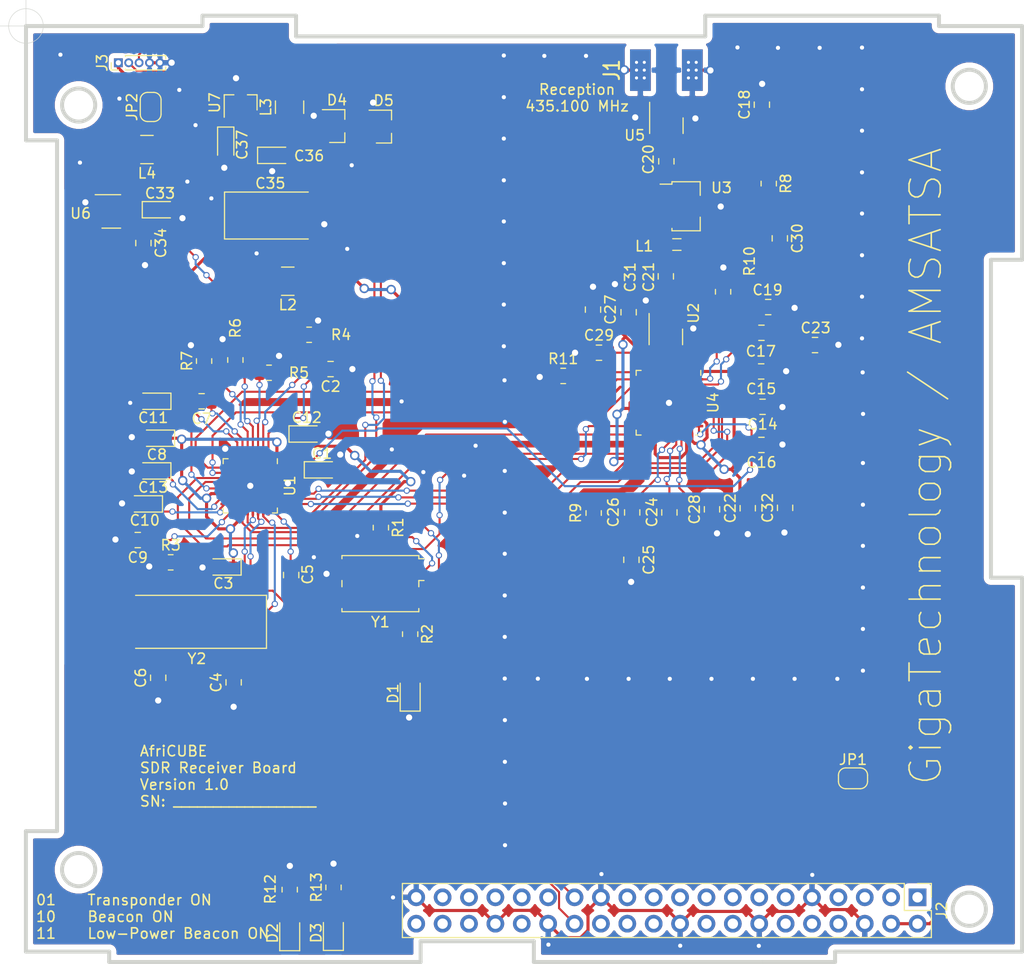
<source format=kicad_pcb>
(kicad_pcb (version 20171130) (host pcbnew 5.1.5+dfsg1-2build2)
  (title_block (title "AfriCUBE Satellite") (date 2021-02-03) (rev "Version 1.0") (company "GigaTechnology / AMSATSA") (comment 1 "Anton Janovsky  Shahn Pretorius") (comment 2 "SDR Receiver Board"))
  (layers (0 F.Cu signal) (31 B.Cu signal) (34 B.Paste user) (35 F.Paste user) (36 B.SilkS user) (37 F.SilkS user) (38 B.Mask user) (39 F.Mask user hide) (44 Edge.Cuts user))
  (net 0 "")
  (net 1 GND)
  (net 2 VDDI)
  (net 3 "Net-(C2-Pad2)")
  (net 4 VDIG)
  (net 5 "Net-(C4-Pad2)")
  (net 6 "Net-(C5-Pad2)")
  (net 7 REFCLK)
  (net 8 "Net-(C6-Pad2)")
  (net 9 "Net-(C7-Pad2)")
  (net 10 "Net-(C7-Pad1)")
  (net 11 "Net-(C9-Pad1)")
  (net 12 "Net-(C10-Pad1)")
  (net 13 "Net-(C11-Pad1)")
  (net 14 V18-SYNTH)
  (net 15 VRF)
  (net 16 "Net-(C17-Pad2)")
  (net 17 HFPORT)
  (net 18 "Net-(C21-Pad1)")
  (net 19 "Net-(D1-Pad2)")
  (net 20 USB_DM)
  (net 21 "Net-(R3-Pad2)")
  (net 22 VHF_120_250MHZ)
  (net 23 VHF_50_120MHZ)
  (net 24 "Net-(R1-Pad2)")
  (net 25 USB_DP)
  (net 26 I_IN_P)
  (net 27 I_IN_N)
  (net 28 Q_IN_P)
  (net 29 Q_IN_N)
  (net 30 SPI_LAT)
  (net 31 SPI_DATA)
  (net 32 SPI_CLK)
  (net 33 UHF_400_1000MHZ)
  (net 34 LNAND_IN)
  (net 35 LBAND-INB)
  (net 36 "Net-(R4-Pad1)")
  (net 37 "Net-(R5-Pad1)")
  (net 38 "Net-(R6-Pad1)")
  (net 39 "Net-(R7-Pad1)")
  (net 40 +5V)
  (net 41 "Net-(D2-Pad1)")
  (net 42 "Net-(D3-Pad1)")
  (net 43 "Net-(J2-Pad1)")
  (net 44 "Net-(J2-Pad3)")
  (net 45 "Net-(J2-Pad5)")
  (net 46 "Net-(J2-Pad7)")
  (net 47 "Net-(J2-Pad8)")
  (net 48 "Net-(J2-Pad10)")
  (net 49 "Net-(J2-Pad11)")
  (net 50 "Net-(J2-Pad12)")
  (net 51 "Net-(J2-Pad13)")
  (net 52 "Net-(J2-Pad15)")
  (net 53 "Net-(J2-Pad16)")
  (net 54 "Net-(J2-Pad17)")
  (net 55 "Net-(J2-Pad18)")
  (net 56 "Net-(J2-Pad19)")
  (net 57 "Net-(J2-Pad21)")
  (net 58 "Net-(J2-Pad22)")
  (net 59 "Net-(J2-Pad23)")
  (net 60 "Net-(J2-Pad24)")
  (net 61 "Net-(J2-Pad26)")
  (net 62 "Net-(J2-Pad29)")
  (net 63 "Net-(J2-Pad31)")
  (net 64 "Net-(J2-Pad32)")
  (net 65 "Net-(J2-Pad33)")
  (net 66 "Net-(J2-Pad35)")
  (net 67 "Net-(J2-Pad36)")
  (net 68 "Net-(J2-Pad37)")
  (net 69 "Net-(J2-Pad38)")
  (net 70 "Net-(J2-Pad40)")
  (net 71 UHF_AMP)
  (net 72 "Net-(C19-Pad2)")
  (net 73 "Net-(C20-Pad2)")
  (net 74 "Net-(C24-Pad2)")
  (net 75 "Net-(C24-Pad1)")
  (net 76 "Net-(C26-Pad1)")
  (net 77 "Net-(C29-Pad2)")
  (net 78 "Net-(C30-Pad2)")
  (net 79 "Net-(C31-Pad2)")
  (net 80 "Net-(C33-Pad1)")
  (net 81 "Net-(C34-Pad1)")
  (net 82 "Net-(C36-Pad1)")
  (net 83 "Net-(C37-Pad1)")
  (net 84 "Net-(D2-Pad2)")
  (net 85 "Net-(D3-Pad2)")
  (net 86 "Net-(L1-Pad2)")
  (net 87 UHF_400_1000MHZ_Filter)
  (net 88 "Net-(J3-Pad1)")
  (net 89 "Net-(J2-Pad2)")
  (net 90 "Net-(C20-Pad1)")
  (net 91 "Net-(U4-Pad5)")
  (net 92 "Net-(U4-Pad13)")
  (net 93 "Net-(U4-Pad16)")
  (net 94 "Net-(U4-Pad17)")
  (net 95 "Net-(U4-Pad37)")
  (net 96 "Net-(U4-Pad38)")
  (module Capacitor_SMD:C_0805_2012Metric (layer F.Cu) (at 142.5448 70.678 270)
    (fp_text reference C20 (at -0.193 1.7272 90) (layer F.SilkS))
    (fp_text value 1nF)
    (pad 2 smd roundrect (at 0.95 0 270) (size 1 1.45) (layers F.Cu F.Paste F.Mask) (net 73 "Net-(C20-Pad2)"))
    (pad 1 smd roundrect (at -0.95 0 270) (size 1 1.45) (layers F.Cu F.Paste F.Mask) (net 90 "Net-(C20-Pad1)"))
  )
  (module Package_DFN_QFN:DFN-6-1EP_3x3mm_P1mm_EP1.5x2.4mm (layer F.Cu) (at 142.5448 66.4972 270)
    (fp_text reference U5 (at 1.6764 3.048 180) (layer F.SilkS))
    (fp_text value B39431B3710U410)
    (pad 7 smd rect (at 0 0 270) (size 1.5 2.4) (layers F.Cu F.Mask))
    (pad 6 smd roundrect (at 1.45 -1 270) (size 0.8 0.4) (layers F.Cu F.Paste F.Mask) (net 1 GND))
    (pad 5 smd roundrect (at 1.45 0 270) (size 0.8 0.4) (layers F.Cu F.Paste F.Mask) (net 90 "Net-(C20-Pad1)"))
    (pad 4 smd roundrect (at 1.45 1 270) (size 0.8 0.4) (layers F.Cu F.Paste F.Mask) (net 1 GND))
    (pad 3 smd roundrect (at -1.45 1 270) (size 0.8 0.4) (layers F.Cu F.Paste F.Mask) (net 1 GND))
    (pad 2 smd roundrect (at -1.45 0 270) (size 0.8 0.4) (layers F.Cu F.Paste F.Mask) (net 71 UHF_AMP))
    (pad 1 smd roundrect (at -1.45 -1 270) (size 0.8 0.4) (layers F.Cu F.Paste F.Mask) (net 1 GND))
  )
  (module Inductor_SMD:L_1210_3225Metric (layer F.Cu) (at 92.5428 69.5452 180)
    (fp_text reference L4 (at 0 -2.28) (layer F.SilkS))
    (fp_text value 15uH)
    (pad 2 smd roundrect (at 1.4 0 180) (size 1.25 2.65) (layers F.Cu F.Paste F.Mask) (roundrect_rratio 0.2) (net 40 +5V))
    (pad 1 smd roundrect (at -1.4 0 180) (size 1.25 2.65) (layers F.Cu F.Paste F.Mask) (roundrect_rratio 0.2) (net 83 "Net-(C37-Pad1)"))
  )
  (module Inductor_SMD:L_1210_3225Metric (layer F.Cu) (at 106.2736 65.4664 90)
    (fp_text reference L3 (at 0 -2.28 90) (layer F.SilkS))
    (fp_text value 15uH)
    (pad 2 smd roundrect (at 1.4 0 90) (size 1.25 2.65) (layers F.Cu F.Paste F.Mask) (roundrect_rratio 0.2) (net 82 "Net-(C36-Pad1)"))
    (pad 1 smd roundrect (at -1.4 0 90) (size 1.25 2.65) (layers F.Cu F.Paste F.Mask) (roundrect_rratio 0.2) (net 4 VDIG))
  )
  (module Inductor_SMD:L_1210_3225Metric (layer F.Cu) (at 106.1001 82.2198 180)
    (fp_text reference L2 (at 0 -2.28) (layer F.SilkS))
    (fp_text value 15uH)
    (pad 2 smd roundrect (at 1.4 0 180) (size 1.25 2.65) (layers F.Cu F.Paste F.Mask) (roundrect_rratio 0.2) (net 80 "Net-(C33-Pad1)"))
    (pad 1 smd roundrect (at -1.4 0 180) (size 1.25 2.65) (layers F.Cu F.Paste F.Mask) (roundrect_rratio 0.2) (net 15 VRF))
  )
  (module Package_DFN_QFN:QFN-40-1EP_6x6mm_P0.5mm_EP4.6x4.6mm (layer F.Cu) (at 142.748 93.9165 270)
    (fp_text reference U4 (at 0 -4.3 90) (layer F.SilkS))
    (fp_text value msi001)
    (pad 1 smd roundrect (at -2.9375 -2.25 270) (size 0.825 0.25) (layers F.Cu F.Paste F.Mask) (net 15 VRF))
    (pad 2 smd roundrect (at -2.9375 -1.75 270) (size 0.825 0.25) (layers F.Cu F.Paste F.Mask) (net 15 VRF))
    (pad 3 smd roundrect (at -2.9375 -1.25 270) (size 0.825 0.25) (layers F.Cu F.Paste F.Mask) (net 22 VHF_120_250MHZ))
    (pad 4 smd roundrect (at -2.9375 -0.75 270) (size 0.825 0.25) (layers F.Cu F.Paste F.Mask) (net 78 "Net-(C30-Pad2)"))
    (pad 5 smd roundrect (at -2.9375 -0.25 270) (size 0.825 0.25) (layers F.Cu F.Paste F.Mask) (net 91 "Net-(U4-Pad5)"))
    (pad 6 smd roundrect (at -2.9375 0.25 270) (size 0.825 0.25) (layers F.Cu F.Paste F.Mask) (net 87 UHF_400_1000MHZ_Filter))
    (pad 7 smd roundrect (at -2.9375 0.75 270) (size 0.825 0.25) (layers F.Cu F.Paste F.Mask) (net 79 "Net-(C31-Pad2)"))
    (pad 8 smd roundrect (at -2.9375 1.25 270) (size 0.825 0.25) (layers F.Cu F.Paste F.Mask) (net 15 VRF))
    (pad 9 smd roundrect (at -2.9375 1.75 270) (size 0.825 0.25) (layers F.Cu F.Paste F.Mask) (net 77 "Net-(C29-Pad2)"))
    (pad 10 smd roundrect (at -2.9375 2.25 270) (size 0.825 0.25) (layers F.Cu F.Paste F.Mask) (net 23 VHF_50_120MHZ))
    (pad 11 smd roundrect (at -2.25 2.9375 270) (size 0.25 0.825) (layers F.Cu F.Paste F.Mask) (net 26 I_IN_P))
    (pad 12 smd roundrect (at -1.75 2.9375 270) (size 0.25 0.825) (layers F.Cu F.Paste F.Mask) (net 27 I_IN_N))
    (pad 13 smd roundrect (at -1.25 2.9375 270) (size 0.25 0.825) (layers F.Cu F.Paste F.Mask) (net 92 "Net-(U4-Pad13)"))
    (pad 14 smd roundrect (at -0.75 2.9375 270) (size 0.25 0.825) (layers F.Cu F.Paste F.Mask) (net 15 VRF))
    (pad 15 smd roundrect (at -0.25 2.9375 270) (size 0.25 0.825) (layers F.Cu F.Paste F.Mask) (net 15 VRF))
    (pad 16 smd roundrect (at 0.25 2.9375 270) (size 0.25 0.825) (layers F.Cu F.Paste F.Mask) (net 93 "Net-(U4-Pad16)"))
    (pad 17 smd roundrect (at 0.75 2.9375 270) (size 0.25 0.825) (layers F.Cu F.Paste F.Mask) (net 94 "Net-(U4-Pad17)"))
    (pad 18 smd roundrect (at 1.25 2.9375 270) (size 0.25 0.825) (layers F.Cu F.Paste F.Mask) (net 15 VRF))
    (pad 19 smd roundrect (at 1.75 2.9375 270) (size 0.25 0.825) (layers F.Cu F.Paste F.Mask) (net 15 VRF))
    (pad 20 smd roundrect (at 2.25 2.9375 270) (size 0.25 0.825) (layers F.Cu F.Paste F.Mask) (net 7 REFCLK))
    (pad 21 smd roundrect (at 2.9375 2.25 270) (size 0.825 0.25) (layers F.Cu F.Paste F.Mask) (net 29 Q_IN_N))
    (pad 22 smd roundrect (at 2.9375 1.75 270) (size 0.825 0.25) (layers F.Cu F.Paste F.Mask) (net 28 Q_IN_P))
    (pad 23 smd roundrect (at 2.9375 1.25 270) (size 0.825 0.25) (layers F.Cu F.Paste F.Mask) (net 15 VRF))
    (pad 24 smd roundrect (at 2.9375 0.75 270) (size 0.825 0.25) (layers F.Cu F.Paste F.Mask) (net 34 LNAND_IN))
    (pad 25 smd roundrect (at 2.9375 0.25 270) (size 0.825 0.25) (layers F.Cu F.Paste F.Mask) (net 35 LBAND-INB))
    (pad 26 smd roundrect (at 2.9375 -0.25 270) (size 0.825 0.25) (layers F.Cu F.Paste F.Mask) (net 76 "Net-(C26-Pad1)"))
    (pad 27 smd roundrect (at 2.9375 -0.75 270) (size 0.825 0.25) (layers F.Cu F.Paste F.Mask) (net 74 "Net-(C24-Pad2)"))
    (pad 28 smd roundrect (at 2.9375 -1.25 270) (size 0.825 0.25) (layers F.Cu F.Paste F.Mask) (net 75 "Net-(C24-Pad1)"))
    (pad 29 smd roundrect (at 2.9375 -1.75 270) (size 0.825 0.25) (layers F.Cu F.Paste F.Mask) (net 15 VRF))
    (pad 30 smd roundrect (at 2.9375 -2.25 270) (size 0.825 0.25) (layers F.Cu F.Paste F.Mask) (net 15 VRF))
    (pad 31 smd roundrect (at 2.25 -2.9375 270) (size 0.25 0.825) (layers F.Cu F.Paste F.Mask) (net 2 VDDI))
    (pad 32 smd roundrect (at 1.75 -2.9375 270) (size 0.25 0.825) (layers F.Cu F.Paste F.Mask) (net 15 VRF))
    (pad 33 smd roundrect (at 1.25 -2.9375 270) (size 0.25 0.825) (layers F.Cu F.Paste F.Mask) (net 30 SPI_LAT))
    (pad 34 smd roundrect (at 0.75 -2.9375 270) (size 0.25 0.825) (layers F.Cu F.Paste F.Mask) (net 32 SPI_CLK))
    (pad 35 smd roundrect (at 0.25 -2.9375 270) (size 0.25 0.825) (layers F.Cu F.Paste F.Mask) (net 31 SPI_DATA))
    (pad 36 smd roundrect (at -0.25 -2.9375 270) (size 0.25 0.825) (layers F.Cu F.Paste F.Mask) (net 15 VRF))
    (pad 37 smd roundrect (at -0.75 -2.9375 270) (size 0.25 0.825) (layers F.Cu F.Paste F.Mask) (net 95 "Net-(U4-Pad37)"))
    (pad 38 smd roundrect (at -1.25 -2.9375 270) (size 0.25 0.825) (layers F.Cu F.Paste F.Mask) (net 96 "Net-(U4-Pad38)"))
    (pad 39 smd roundrect (at -1.75 -2.9375 270) (size 0.25 0.825) (layers F.Cu F.Paste F.Mask) (net 16 "Net-(C17-Pad2)"))
    (pad 40 smd roundrect (at -2.25 -2.9375 270) (size 0.25 0.825) (layers F.Cu F.Paste F.Mask) (net 72 "Net-(C19-Pad2)"))
    (pad 41 smd rect (at 0 0 270) (size 4.6 4.6) (layers F.Cu F.Mask) (net 1 GND))
  )
  (module Package_TO_SOT_SMD:SOT-23-5 (layer F.Cu) (at 89.111 75.499)
    (fp_text reference U6 (at -2.9542 0.193) (layer F.SilkS))
    (fp_text value RT9193-28)
    (pad 5 smd rect (at 1.1 -0.95) (size 1.06 0.65) (layers F.Cu F.Paste F.Mask) (net 80 "Net-(C33-Pad1)"))
    (pad 4 smd rect (at 1.1 0.95) (size 1.06 0.65) (layers F.Cu F.Paste F.Mask) (net 81 "Net-(C34-Pad1)"))
    (pad 3 smd rect (at -1.1 0.95) (size 1.06 0.65) (layers F.Cu F.Paste F.Mask) (net 14 V18-SYNTH))
    (pad 2 smd rect (at -1.1 0) (size 1.06 0.65) (layers F.Cu F.Paste F.Mask) (net 1 GND))
    (pad 1 smd rect (at -1.1 -0.95) (size 1.06 0.65) (layers F.Cu F.Paste F.Mask) (net 83 "Net-(C37-Pad1)"))
  )
  (module Package_TO_SOT_SMD:SOT-23 (layer F.Cu) (at 101.5619 65.0334 90)
    (fp_text reference U7 (at 0 -2.5 90) (layer F.SilkS))
    (fp_text value AP7313-33SAG)
    (pad 3 smd rect (at 1 0 90) (size 0.9 0.8) (layers F.Cu F.Paste F.Mask) (net 1 GND))
    (pad 2 smd rect (at -1 0.95 90) (size 0.9 0.8) (layers F.Cu F.Paste F.Mask) (net 82 "Net-(C36-Pad1)"))
    (pad 1 smd rect (at -1 -0.95 90) (size 0.9 0.8) (layers F.Cu F.Paste F.Mask) (net 83 "Net-(C37-Pad1)"))
  )
  (module Crystal:Crystal_SMD_HC49-SD (layer F.Cu) (at 97.35 115.0112 180)
    (fp_text reference Y2 (at 0 -3.55) (layer F.SilkS))
    (fp_text value 24MHz)
    (pad 2 smd rect (at 4.25 0 180) (size 4.5 2) (layers F.Cu F.Paste F.Mask) (net 8 "Net-(C6-Pad2)"))
    (pad 1 smd rect (at -4.25 0 180) (size 4.5 2) (layers F.Cu F.Paste F.Mask) (net 5 "Net-(C4-Pad2)"))
  )
  (module Package_DFN_QFN:QFN-32-1EP_5x5mm_P0.5mm_EP3.1x3.1mm (layer F.Cu) (at 102.489 101.9175 270)
    (fp_text reference U1 (at 0 -3.82 90) (layer F.SilkS))
    (fp_text value msi2500)
    (pad 1 smd roundrect (at -2.4375 -1.75 270) (size 0.875 0.25) (layers F.Cu F.Paste F.Mask) (net 3 "Net-(C2-Pad2)"))
    (pad 2 smd roundrect (at -2.4375 -1.25 270) (size 0.875 0.25) (layers F.Cu F.Paste F.Mask) (net 36 "Net-(R4-Pad1)"))
    (pad 3 smd roundrect (at -2.4375 -0.75 270) (size 0.875 0.25) (layers F.Cu F.Paste F.Mask) (net 37 "Net-(R5-Pad1)"))
    (pad 4 smd roundrect (at -2.4375 -0.25 270) (size 0.875 0.25) (layers F.Cu F.Paste F.Mask) (net 38 "Net-(R6-Pad1)"))
    (pad 5 smd roundrect (at -2.4375 0.25 270) (size 0.875 0.25) (layers F.Cu F.Paste F.Mask) (net 39 "Net-(R7-Pad1)"))
    (pad 6 smd roundrect (at -2.4375 0.75 270) (size 0.875 0.25) (layers F.Cu F.Paste F.Mask) (net 10 "Net-(C7-Pad1)"))
    (pad 7 smd roundrect (at -2.4375 1.25 270) (size 0.875 0.25) (layers F.Cu F.Paste F.Mask) (net 9 "Net-(C7-Pad2)"))
    (pad 8 smd roundrect (at -2.4375 1.75 270) (size 0.875 0.25) (layers F.Cu F.Paste F.Mask) (net 1 GND))
    (pad 9 smd roundrect (at -1.75 2.4375 270) (size 0.25 0.875) (layers F.Cu F.Paste F.Mask) (net 26 I_IN_P))
    (pad 10 smd roundrect (at -1.25 2.4375 270) (size 0.25 0.875) (layers F.Cu F.Paste F.Mask) (net 27 I_IN_N))
    (pad 11 smd roundrect (at -0.75 2.4375 270) (size 0.25 0.875) (layers F.Cu F.Paste F.Mask) (net 28 Q_IN_P))
    (pad 12 smd roundrect (at -0.25 2.4375 270) (size 0.25 0.875) (layers F.Cu F.Paste F.Mask) (net 29 Q_IN_N))
    (pad 13 smd roundrect (at 0.25 2.4375 270) (size 0.25 0.875) (layers F.Cu F.Paste F.Mask) (net 13 "Net-(C11-Pad1)"))
    (pad 14 smd roundrect (at 0.75 2.4375 270) (size 0.25 0.875) (layers F.Cu F.Paste F.Mask) (net 4 VDIG))
    (pad 15 smd roundrect (at 1.25 2.4375 270) (size 0.25 0.875) (layers F.Cu F.Paste F.Mask) (net 14 V18-SYNTH))
    (pad 16 smd roundrect (at 1.75 2.4375 270) (size 0.25 0.875) (layers F.Cu F.Paste F.Mask) (net 12 "Net-(C10-Pad1)"))
    (pad 17 smd roundrect (at 2.4375 1.75 270) (size 0.875 0.25) (layers F.Cu F.Paste F.Mask) (net 11 "Net-(C9-Pad1)"))
    (pad 18 smd roundrect (at 2.4375 1.25 270) (size 0.875 0.25) (layers F.Cu F.Paste F.Mask) (net 4 VDIG))
    (pad 19 smd roundrect (at 2.4375 0.75 270) (size 0.875 0.25) (layers F.Cu F.Paste F.Mask) (net 25 USB_DP))
    (pad 20 smd roundrect (at 2.4375 0.25 270) (size 0.875 0.25) (layers F.Cu F.Paste F.Mask) (net 20 USB_DM))
    (pad 21 smd roundrect (at 2.4375 -0.25 270) (size 0.875 0.25) (layers F.Cu F.Paste F.Mask) (net 21 "Net-(R3-Pad2)"))
    (pad 22 smd roundrect (at 2.4375 -0.75 270) (size 0.875 0.25) (layers F.Cu F.Paste F.Mask) (net 8 "Net-(C6-Pad2)"))
    (pad 23 smd roundrect (at 2.4375 -1.25 270) (size 0.875 0.25) (layers F.Cu F.Paste F.Mask) (net 5 "Net-(C4-Pad2)"))
    (pad 24 smd roundrect (at 2.4375 -1.75 270) (size 0.875 0.25) (layers F.Cu F.Paste F.Mask) (net 6 "Net-(C5-Pad2)"))
    (pad 25 smd roundrect (at 1.75 -2.4375 270) (size 0.25 0.875) (layers F.Cu F.Paste F.Mask) (net 30 SPI_LAT))
    (pad 26 smd roundrect (at 1.25 -2.4375 270) (size 0.25 0.875) (layers F.Cu F.Paste F.Mask) (net 31 SPI_DATA))
    (pad 27 smd roundrect (at 0.75 -2.4375 270) (size 0.25 0.875) (layers F.Cu F.Paste F.Mask) (net 32 SPI_CLK))
    (pad 28 smd roundrect (at 0.25 -2.4375 270) (size 0.25 0.875) (layers F.Cu F.Paste F.Mask) (net 1 GND))
    (pad 29 smd roundrect (at -0.25 -2.4375 270) (size 0.25 0.875) (layers F.Cu F.Paste F.Mask) (net 1 GND))
    (pad 30 smd roundrect (at -0.75 -2.4375 270) (size 0.25 0.875) (layers F.Cu F.Paste F.Mask) (net 1 GND))
    (pad 31 smd roundrect (at -1.25 -2.4375 270) (size 0.25 0.875) (layers F.Cu F.Paste F.Mask) (net 2 VDDI))
    (pad 32 smd roundrect (at -1.75 -2.4375 270) (size 0.25 0.875) (layers F.Cu F.Paste F.Mask) (net 4 VDIG))
    (pad 33 smd rect (at 0 0 270) (size 3.1 3.1) (layers F.Cu F.Mask) (net 1 GND))
  )
  (module Crystal:Crystal_SMD_7050-4Pin_7.0x5.0mm (layer F.Cu) (at 115.0148 111.332 180)
    (fp_text reference Y1 (at 0 -3.7) (layer F.SilkS))
    (fp_text value 24MHZ)
    (pad 4 smd rect (at -2.95 -1.35 180) (size 2.1 1.7) (layers F.Cu F.Paste F.Mask) (net 4 VDIG))
    (pad 3 smd rect (at 2.95 -1.35 180) (size 2.1 1.7) (layers F.Cu F.Paste F.Mask) (net 8 "Net-(C6-Pad2)"))
    (pad 2 smd rect (at 2.95 1.35 180) (size 2.1 1.7) (layers F.Cu F.Paste F.Mask) (net 1 GND))
    (pad 1 smd rect (at -2.95 1.35 180) (size 2.1 1.7) (layers F.Cu F.Paste F.Mask) (net 24 "Net-(R1-Pad2)"))
  )
  (module Capacitor_SMD:C_0805_2012Metric (layer F.Cu) (at 146.939 104.1806 90)
    (fp_text reference C28 (at 0 -1.68 90) (layer F.SilkS))
    (fp_text value 10nF)
    (pad 2 smd roundrect (at 0.95 0 90) (size 1 1.45) (layers F.Cu F.Paste F.Mask) (net 15 VRF))
    (pad 1 smd roundrect (at -0.95 0 90) (size 1 1.45) (layers F.Cu F.Paste F.Mask) (net 1 GND))
  )
  (module Resistor_SMD:R_0805_2012Metric (layer F.Cu) (at 148.0058 83.2377 90)
    (fp_text reference R10 (at 2.9445 2.54 90) (layer F.SilkS))
    (fp_text value 50)
    (pad 2 smd roundrect (at 0.9125 0 90) (size 1.025 1.4) (layers F.Cu F.Paste F.Mask) (roundrect_rratio 0.2439004878048781) (net 1 GND))
    (pad 1 smd roundrect (at -0.9125 0 90) (size 1.025 1.4) (layers F.Cu F.Paste F.Mask) (roundrect_rratio 0.2439004878048781) (net 22 VHF_120_250MHZ))
  )
  (module Resistor_SMD:R_0805_2012Metric (layer F.Cu) (at 135.5471 104.5356 90)
    (fp_text reference R9 (at 0.0019 -1.7272 90) (layer F.SilkS))
    (fp_text value 390)
    (pad 2 smd roundrect (at 0.9125 0 90) (size 1.025 1.4) (layers F.Cu F.Paste F.Mask) (roundrect_rratio 0.2439004878048781) (net 76 "Net-(C26-Pad1)"))
    (pad 1 smd roundrect (at -0.9125 0 90) (size 1.025 1.4) (layers F.Cu F.Paste F.Mask) (roundrect_rratio 0.2439004878048781) (net 75 "Net-(C24-Pad1)"))
  )
  (module Resistor_SMD:R_0805_2012Metric (layer F.Cu) (at 152.4 72.8218 270)
    (fp_text reference R8 (at 0 -1.65 90) (layer F.SilkS))
    (fp_text value 50)
    (pad 2 smd roundrect (at 0.9125 0 270) (size 1.025 1.4) (layers F.Cu F.Paste F.Mask) (roundrect_rratio 0.2439004878048781) (net 86 "Net-(L1-Pad2)"))
    (pad 1 smd roundrect (at -0.9125 0 270) (size 1.025 1.4) (layers F.Cu F.Paste F.Mask) (roundrect_rratio 0.2439004878048781) (net 40 +5V))
  )
  (module Resistor_SMD:R_0805_2012Metric (layer F.Cu) (at 98.044 89.9052 90)
    (fp_text reference R7 (at 0 -1.65 90) (layer F.SilkS))
    (fp_text value 10K)
    (pad 2 smd roundrect (at 0.9125 0 90) (size 1.025 1.4) (layers F.Cu F.Paste F.Mask) (roundrect_rratio 0.2439004878048781) (net 1 GND))
    (pad 1 smd roundrect (at -0.9125 0 90) (size 1.025 1.4) (layers F.Cu F.Paste F.Mask) (roundrect_rratio 0.2439004878048781) (net 39 "Net-(R7-Pad1)"))
  )
  (module Resistor_SMD:R_0805_2012Metric (layer F.Cu) (at 101.0539 89.8036 90)
    (fp_text reference R6 (at 3.0715 0 90) (layer F.SilkS))
    (fp_text value 10K)
    (pad 2 smd roundrect (at 0.9125 0 90) (size 1.025 1.4) (layers F.Cu F.Paste F.Mask) (roundrect_rratio 0.2439004878048781) (net 1 GND))
    (pad 1 smd roundrect (at -0.9125 0 90) (size 1.025 1.4) (layers F.Cu F.Paste F.Mask) (roundrect_rratio 0.2439004878048781) (net 38 "Net-(R6-Pad1)"))
  )
  (module Resistor_SMD:R_0805_2012Metric (layer F.Cu) (at 104.2943 91.0336)
    (fp_text reference R5 (at 2.881 0) (layer F.SilkS))
    (fp_text value 10K)
    (pad 2 smd roundrect (at 0.9125 0) (size 1.025 1.4) (layers F.Cu F.Paste F.Mask) (roundrect_rratio 0.2439004878048781) (net 1 GND))
    (pad 1 smd roundrect (at -0.9125 0) (size 1.025 1.4) (layers F.Cu F.Paste F.Mask) (roundrect_rratio 0.2439004878048781) (net 37 "Net-(R5-Pad1)"))
  )
  (module Resistor_SMD:R_0805_2012Metric (layer F.Cu) (at 108.1551 87.376)
    (fp_text reference R4 (at 3.0715 0) (layer F.SilkS))
    (fp_text value 10K)
    (pad 2 smd roundrect (at 0.9125 0) (size 1.025 1.4) (layers F.Cu F.Paste F.Mask) (roundrect_rratio 0.2439004878048781) (net 1 GND))
    (pad 1 smd roundrect (at -0.9125 0) (size 1.025 1.4) (layers F.Cu F.Paste F.Mask) (roundrect_rratio 0.2439004878048781) (net 36 "Net-(R4-Pad1)"))
  )
  (module Resistor_SMD:R_0805_2012Metric (layer F.Cu) (at 94.829 109.2835)
    (fp_text reference R3 (at 0 -1.65) (layer F.SilkS))
    (fp_text value 510R)
    (pad 2 smd roundrect (at 0.9125 0) (size 1.025 1.4) (layers F.Cu F.Paste F.Mask) (roundrect_rratio 0.2439004878048781) (net 21 "Net-(R3-Pad2)"))
    (pad 1 smd roundrect (at -0.9125 0) (size 1.025 1.4) (layers F.Cu F.Paste F.Mask) (roundrect_rratio 0.2439004878048781) (net 1 GND))
  )
  (module Resistor_SMD:R_0805_2012Metric (layer F.Cu) (at 117.8814 116.1942 270)
    (fp_text reference R2 (at 0 -1.65 90) (layer F.SilkS))
    (fp_text value 512)
    (pad 2 smd roundrect (at 0.9125 0 270) (size 1.025 1.4) (layers F.Cu F.Paste F.Mask) (roundrect_rratio 0.2439004878048781) (net 19 "Net-(D1-Pad2)"))
    (pad 1 smd roundrect (at -0.9125 0 270) (size 1.025 1.4) (layers F.Cu F.Paste F.Mask) (roundrect_rratio 0.2439004878048781) (net 4 VDIG))
  )
  (module Capacitor_SMD:C_0805_2012Metric (layer F.Cu) (at 138.9126 85.2068 270)
    (fp_text reference C31 (at -3.368 -0.1524 90) (layer F.SilkS))
    (fp_text value 10nF)
    (pad 2 smd roundrect (at 0.95 0 270) (size 1 1.45) (layers F.Cu F.Paste F.Mask) (net 79 "Net-(C31-Pad2)"))
    (pad 1 smd roundrect (at -0.95 0 270) (size 1 1.45) (layers F.Cu F.Paste F.Mask) (net 1 GND))
  )
  (module Capacitor_SMD:C_0805_2012Metric (layer F.Cu) (at 136.0576 89.1032)
    (fp_text reference C29 (at 0 -1.68) (layer F.SilkS))
    (fp_text value 10nF)
    (pad 2 smd roundrect (at 0.95 0) (size 1 1.45) (layers F.Cu F.Paste F.Mask) (net 77 "Net-(C29-Pad2)"))
    (pad 1 smd roundrect (at -0.95 0) (size 1 1.45) (layers F.Cu F.Paste F.Mask) (net 1 GND))
  )
  (module Capacitor_SMD:C_0805_2012Metric (layer F.Cu) (at 135.4836 84.9528 270)
    (fp_text reference C27 (at 0 -1.68 90) (layer F.SilkS))
    (fp_text value 10nF)
    (pad 2 smd roundrect (at 0.95 0 270) (size 1 1.45) (layers F.Cu F.Paste F.Mask) (net 15 VRF))
    (pad 1 smd roundrect (at -0.95 0 270) (size 1 1.45) (layers F.Cu F.Paste F.Mask) (net 1 GND))
  )
  (module Capacitor_SMD:C_0805_2012Metric (layer F.Cu) (at 139.2555 104.4804 270)
    (fp_text reference C26 (at -0.0229 1.8161 90) (layer F.SilkS))
    (fp_text value 33nF)
    (pad 2 smd roundrect (at 0.95 0 270) (size 1 1.45) (layers F.Cu F.Paste F.Mask) (net 74 "Net-(C24-Pad2)"))
    (pad 1 smd roundrect (at -0.95 0 270) (size 1 1.45) (layers F.Cu F.Paste F.Mask) (net 76 "Net-(C26-Pad1)"))
  )
  (module Capacitor_SMD:C_0805_2012Metric (layer F.Cu) (at 139.1793 109.0397 270)
    (fp_text reference C25 (at 0 -1.68 90) (layer F.SilkS))
    (fp_text value 10nF)
    (pad 2 smd roundrect (at 0.95 0 270) (size 1 1.45) (layers F.Cu F.Paste F.Mask) (net 1 GND))
    (pad 1 smd roundrect (at -0.95 0 270) (size 1 1.45) (layers F.Cu F.Paste F.Mask) (net 75 "Net-(C24-Pad1)"))
  )
  (module Capacitor_SMD:C_0805_2012Metric (layer F.Cu) (at 142.8369 104.4804 90)
    (fp_text reference C24 (at 0.0229 -1.6764 90) (layer F.SilkS))
    (fp_text value 6800pF)
    (pad 2 smd roundrect (at 0.95 0 90) (size 1 1.45) (layers F.Cu F.Paste F.Mask) (net 74 "Net-(C24-Pad2)"))
    (pad 1 smd roundrect (at -0.95 0 90) (size 1 1.45) (layers F.Cu F.Paste F.Mask) (net 75 "Net-(C24-Pad1)"))
  )
  (module Capacitor_SMD:C_0805_2012Metric (layer F.Cu) (at 156.8552 88.3666 180)
    (fp_text reference C23 (at -0.061 1.651) (layer F.SilkS))
    (fp_text value 10nF)
    (pad 2 smd roundrect (at 0.95 0 180) (size 1 1.45) (layers F.Cu F.Paste F.Mask) (net 15 VRF))
    (pad 1 smd roundrect (at -0.95 0 180) (size 1 1.45) (layers F.Cu F.Paste F.Mask) (net 1 GND))
  )
  (module Capacitor_SMD:C_0805_2012Metric (layer F.Cu) (at 150.3807 104.074 90)
    (fp_text reference C22 (at 0 -1.68 90) (layer F.SilkS))
    (fp_text value 10nF)
    (pad 2 smd roundrect (at 0.95 0 90) (size 1 1.45) (layers F.Cu F.Paste F.Mask) (net 15 VRF))
    (pad 1 smd roundrect (at -0.95 0 90) (size 1 1.45) (layers F.Cu F.Paste F.Mask) (net 1 GND))
  )
  (module Capacitor_SMD:C_0805_2012Metric (layer F.Cu) (at 142.494 81.7524 270)
    (fp_text reference C21 (at 0.066 1.651 90) (layer F.SilkS))
    (fp_text value 1nF)
    (pad 2 smd roundrect (at 0.95 0 270) (size 1 1.45) (layers F.Cu F.Paste F.Mask) (net 33 UHF_400_1000MHZ))
    (pad 1 smd roundrect (at -0.95 0 270) (size 1 1.45) (layers F.Cu F.Paste F.Mask) (net 18 "Net-(C21-Pad1)"))
  )
  (module Capacitor_SMD:C_0805_2012Metric (layer F.Cu) (at 152.3492 84.709 180)
    (fp_text reference C19 (at 0.061 1.651) (layer F.SilkS))
    (fp_text value 100nF)
    (pad 2 smd roundrect (at 0.95 0 180) (size 1 1.45) (layers F.Cu F.Paste F.Mask) (net 72 "Net-(C19-Pad2)"))
    (pad 1 smd roundrect (at -0.95 0 180) (size 1 1.45) (layers F.Cu F.Paste F.Mask) (net 1 GND))
  )
  (module Capacitor_SMD:C_0805_2012Metric (layer F.Cu) (at 151.7396 65.2272 90)
    (fp_text reference C18 (at 0 -1.68 90) (layer F.SilkS))
    (fp_text value 1nF)
    (pad 2 smd roundrect (at 0.95 0 90) (size 1 1.45) (layers F.Cu F.Paste F.Mask) (net 1 GND))
    (pad 1 smd roundrect (at -0.95 0 90) (size 1 1.45) (layers F.Cu F.Paste F.Mask) (net 40 +5V))
  )
  (module Capacitor_SMD:C_0805_2012Metric (layer F.Cu) (at 151.699 87.1855 180)
    (fp_text reference C17 (at 0.061 -1.778) (layer F.SilkS))
    (fp_text value 100nF)
    (pad 2 smd roundrect (at 0.95 0 180) (size 1 1.45) (layers F.Cu F.Paste F.Mask) (net 16 "Net-(C17-Pad2)"))
    (pad 1 smd roundrect (at -0.95 0 180) (size 1 1.45) (layers F.Cu F.Paste F.Mask) (net 17 HFPORT))
  )
  (module Capacitor_SMD:C_0805_2012Metric (layer F.Cu) (at 151.699 97.9805 180)
    (fp_text reference C16 (at 0 -1.68) (layer F.SilkS))
    (fp_text value 10nF)
    (pad 2 smd roundrect (at 0.95 0 180) (size 1 1.45) (layers F.Cu F.Paste F.Mask) (net 2 VDDI))
    (pad 1 smd roundrect (at -0.95 0 180) (size 1 1.45) (layers F.Cu F.Paste F.Mask) (net 1 GND))
  )
  (module Capacitor_SMD:C_0805_2012Metric (layer F.Cu) (at 151.6736 90.9066 180)
    (fp_text reference C15 (at 0 -1.68) (layer F.SilkS))
    (fp_text value 10nF)
    (pad 2 smd roundrect (at 0.95 0 180) (size 1 1.45) (layers F.Cu F.Paste F.Mask) (net 15 VRF))
    (pad 1 smd roundrect (at -0.95 0 180) (size 1 1.45) (layers F.Cu F.Paste F.Mask) (net 1 GND))
  )
  (module Capacitor_SMD:C_0805_2012Metric (layer F.Cu) (at 151.8056 94.3102 180)
    (fp_text reference C14 (at 0 -1.68) (layer F.SilkS))
    (fp_text value 1uF)
    (pad 2 smd roundrect (at 0.95 0 180) (size 1 1.45) (layers F.Cu F.Paste F.Mask) (net 15 VRF))
    (pad 1 smd roundrect (at -0.95 0 180) (size 1 1.45) (layers F.Cu F.Paste F.Mask) (net 1 GND))
  )
  (module Capacitor_SMD:C_0805_2012Metric (layer F.Cu) (at 91.6584 107.1372 180)
    (fp_text reference C9 (at 0 -1.68) (layer F.SilkS))
    (fp_text value 1UF)
    (pad 2 smd roundrect (at 0.95 0 180) (size 1 1.45) (layers F.Cu F.Paste F.Mask) (net 1 GND))
    (pad 1 smd roundrect (at -0.95 0 180) (size 1 1.45) (layers F.Cu F.Paste F.Mask) (net 11 "Net-(C9-Pad1)"))
  )
  (module Capacitor_SMD:C_0805_2012Metric (layer F.Cu) (at 97.8052 93.7768 180)
    (fp_text reference C7 (at 0 -1.68) (layer F.SilkS))
    (fp_text value 10nF)
    (pad 2 smd roundrect (at 0.95 0 180) (size 1 1.45) (layers F.Cu F.Paste F.Mask) (net 9 "Net-(C7-Pad2)"))
    (pad 1 smd roundrect (at -0.95 0 180) (size 1 1.45) (layers F.Cu F.Paste F.Mask) (net 10 "Net-(C7-Pad1)"))
  )
  (module Capacitor_SMD:C_0805_2012Metric (layer F.Cu) (at 93.6244 120.396 90)
    (fp_text reference C6 (at 0 -1.68 90) (layer F.SilkS))
    (fp_text value 15pF)
    (pad 2 smd roundrect (at 0.95 0 90) (size 1 1.45) (layers F.Cu F.Paste F.Mask) (net 8 "Net-(C6-Pad2)"))
    (pad 1 smd roundrect (at -0.95 0 90) (size 1 1.45) (layers F.Cu F.Paste F.Mask) (net 1 GND))
  )
  (module Capacitor_SMD:C_0805_2012Metric (layer F.Cu) (at 106.426 110.5052 90)
    (fp_text reference C5 (at 0.066 1.5875 90) (layer F.SilkS))
    (fp_text value 10nF)
    (pad 2 smd roundrect (at 0.95 0 90) (size 1 1.45) (layers F.Cu F.Paste F.Mask) (net 6 "Net-(C5-Pad2)"))
    (pad 1 smd roundrect (at -0.95 0 90) (size 1 1.45) (layers F.Cu F.Paste F.Mask) (net 7 REFCLK))
  )
  (module Capacitor_SMD:C_0805_2012Metric (layer F.Cu) (at 100.8888 120.838 90)
    (fp_text reference C4 (at 0 -1.68 90) (layer F.SilkS))
    (fp_text value 15pF)
    (pad 2 smd roundrect (at 0.95 0 90) (size 1 1.45) (layers F.Cu F.Paste F.Mask) (net 5 "Net-(C4-Pad2)"))
    (pad 1 smd roundrect (at -0.95 0 90) (size 1 1.45) (layers F.Cu F.Paste F.Mask) (net 1 GND))
  )
  (module Capacitor_SMD:C_0805_2012Metric (layer F.Cu) (at 110.2208 90.678 180)
    (fp_text reference C2 (at 0 -1.68) (layer F.SilkS))
    (fp_text value 1UF)
    (pad 2 smd roundrect (at 0.95 0 180) (size 1 1.45) (layers F.Cu F.Paste F.Mask) (net 3 "Net-(C2-Pad2)"))
    (pad 1 smd roundrect (at -0.95 0 180) (size 1 1.45) (layers F.Cu F.Paste F.Mask) (net 1 GND))
  )
  (module Resistor_SMD:R_0805_2012Metric (layer F.Cu) (at 115.062 105.9415 270)
    (fp_text reference R1 (at 0 -1.65 90) (layer F.SilkS))
    (fp_text value 10K)
    (pad 1 smd roundrect (at -0.9125 0 270) (size 1.025 1.4) (layers F.Cu F.Paste F.Mask) (roundrect_rratio 0.2439004878048781) (net 4 VDIG))
    (pad 2 smd roundrect (at 0.9125 0 270) (size 1.025 1.4) (layers F.Cu F.Paste F.Mask) (roundrect_rratio 0.2439004878048781) (net 24 "Net-(R1-Pad2)"))
  )
  (module LED_SMD:LED_0805_2012Metric (layer F.Cu) (at 117.8814 121.9177 90)
    (fp_text reference D1 (at 0 -1.65 90) (layer F.SilkS))
    (fp_text value LED)
    (pad 1 smd roundrect (at -0.9375 0 90) (size 0.975 1.4) (layers F.Cu F.Paste F.Mask) (net 1 GND))
    (pad 2 smd roundrect (at 0.9375 0 90) (size 0.975 1.4) (layers F.Cu F.Paste F.Mask) (net 19 "Net-(D1-Pad2)"))
  )
  (module Package_DFN_QFN:DFN-6-1EP_3x3mm_P1mm_EP1.5x2.4mm (layer F.Cu) (at 142.494 86.8299 270)
    (fp_text reference U2 (at -1.5367 -2.667 90) (layer F.SilkS))
    (fp_text value B39431B3710U410)
    (pad 1 smd roundrect (at -1.45 -1 270) (size 0.8 0.4) (layers F.Cu F.Paste F.Mask) (net 1 GND))
    (pad 2 smd roundrect (at -1.45 0 270) (size 0.8 0.4) (layers F.Cu F.Paste F.Mask) (net 33 UHF_400_1000MHZ))
    (pad 3 smd roundrect (at -1.45 1 270) (size 0.8 0.4) (layers F.Cu F.Paste F.Mask) (net 1 GND))
    (pad 4 smd roundrect (at 1.45 1 270) (size 0.8 0.4) (layers F.Cu F.Paste F.Mask) (net 1 GND))
    (pad 5 smd roundrect (at 1.45 0 270) (size 0.8 0.4) (layers F.Cu F.Paste F.Mask) (net 87 UHF_400_1000MHZ_Filter))
    (pad 6 smd roundrect (at 1.45 -1 270) (size 0.8 0.4) (layers F.Cu F.Paste F.Mask) (net 1 GND))
    (pad 7 smd rect (at 0 0 270) (size 1.5 2.4) (layers F.Cu F.Mask))
  )
  (module Capacitor_Tantalum_SMD:CP_EIA-2012-12_Kemet-R (layer F.Cu) (at 109.3993 100.3808)
    (fp_text reference C1 (at 0 -1.58) (layer F.SilkS))
    (fp_text value CP)
    (pad 2 smd roundrect (at 0.8875 0) (size 1.125 1.05) (layers F.Cu F.Paste F.Mask) (roundrect_rratio 0.2380942857142857) (net 1 GND))
    (pad 1 smd roundrect (at -0.8875 0) (size 1.125 1.05) (layers F.Cu F.Paste F.Mask) (roundrect_rratio 0.2380942857142857) (net 2 VDDI))
  )
  (module Capacitor_Tantalum_SMD:CP_EIA-2012-12_Kemet-R (layer F.Cu) (at 99.8997 109.728 180)
    (fp_text reference C3 (at 0 -1.58) (layer F.SilkS))
    (fp_text value CP)
    (pad 1 smd roundrect (at -0.8875 0 180) (size 1.125 1.05) (layers F.Cu F.Paste F.Mask) (roundrect_rratio 0.2380942857142857) (net 4 VDIG))
    (pad 2 smd roundrect (at 0.8875 0 180) (size 1.125 1.05) (layers F.Cu F.Paste F.Mask) (roundrect_rratio 0.2380942857142857) (net 1 GND))
  )
  (module Capacitor_Tantalum_SMD:CP_EIA-2012-12_Kemet-R (layer F.Cu) (at 93.4959 97.3328 180)
    (fp_text reference C8 (at 0 -1.58) (layer F.SilkS))
    (fp_text value CP)
    (pad 2 smd roundrect (at 0.8875 0 180) (size 1.125 1.05) (layers F.Cu F.Paste F.Mask) (roundrect_rratio 0.2380942857142857) (net 1 GND))
    (pad 1 smd roundrect (at -0.8875 0 180) (size 1.125 1.05) (layers F.Cu F.Paste F.Mask) (roundrect_rratio 0.2380942857142857) (net 4 VDIG))
  )
  (module Capacitor_Tantalum_SMD:CP_EIA-2012-12_Kemet-R (layer F.Cu) (at 92.329 103.6574 180)
    (fp_text reference C10 (at 0 -1.58) (layer F.SilkS))
    (fp_text value CP)
    (pad 1 smd roundrect (at -0.8875 0 180) (size 1.125 1.05) (layers F.Cu F.Paste F.Mask) (roundrect_rratio 0.2380942857142857) (net 12 "Net-(C10-Pad1)"))
    (pad 2 smd roundrect (at 0.8875 0 180) (size 1.125 1.05) (layers F.Cu F.Paste F.Mask) (roundrect_rratio 0.2380942857142857) (net 1 GND))
  )
  (module Capacitor_Tantalum_SMD:CP_EIA-2012-12_Kemet-R (layer F.Cu) (at 93.1433 93.7768 180)
    (fp_text reference C11 (at 0 -1.58) (layer F.SilkS))
    (fp_text value CP)
    (pad 2 smd roundrect (at 0.8875 0 180) (size 1.125 1.05) (layers F.Cu F.Paste F.Mask) (roundrect_rratio 0.2380942857142857) (net 1 GND))
    (pad 1 smd roundrect (at -0.8875 0 180) (size 1.125 1.05) (layers F.Cu F.Paste F.Mask) (roundrect_rratio 0.2380942857142857) (net 13 "Net-(C11-Pad1)"))
  )
  (module Capacitor_Tantalum_SMD:CP_EIA-2012-12_Kemet-R (layer F.Cu) (at 107.9261 96.9264)
    (fp_text reference C12 (at 0 -1.58) (layer F.SilkS))
    (fp_text value CP)
    (pad 1 smd roundrect (at -0.8875 0) (size 1.125 1.05) (layers F.Cu F.Paste F.Mask) (roundrect_rratio 0.2380942857142857) (net 4 VDIG))
    (pad 2 smd roundrect (at 0.8875 0) (size 1.125 1.05) (layers F.Cu F.Paste F.Mask) (roundrect_rratio 0.2380942857142857) (net 1 GND))
  )
  (module Capacitor_Tantalum_SMD:CP_EIA-2012-12_Kemet-R (layer F.Cu) (at 93.1403 100.4824 180)
    (fp_text reference C13 (at 0 -1.58) (layer F.SilkS))
    (fp_text value CP)
    (pad 2 smd roundrect (at 0.8875 0 180) (size 1.125 1.05) (layers F.Cu F.Paste F.Mask) (roundrect_rratio 0.2380942857142857) (net 1 GND))
    (pad 1 smd roundrect (at -0.8875 0 180) (size 1.125 1.05) (layers F.Cu F.Paste F.Mask) (roundrect_rratio 0.2380942857142857) (net 14 V18-SYNTH))
  )
  (module Capacitor_Tantalum_SMD:CP_EIA-2012-12_Kemet-R (layer F.Cu) (at 93.8022 75.3364)
    (fp_text reference C33 (at 0 -1.58) (layer F.SilkS))
    (fp_text value 10uF)
    (pad 2 smd roundrect (at 0.8875 0) (size 1.125 1.05) (layers F.Cu F.Paste F.Mask) (roundrect_rratio 0.2380942857142857) (net 1 GND))
    (pad 1 smd roundrect (at -0.8875 0) (size 1.125 1.05) (layers F.Cu F.Paste F.Mask) (roundrect_rratio 0.2380942857142857) (net 80 "Net-(C33-Pad1)"))
  )
  (module Package_TO_SOT_SMD:SOT-23 (layer F.Cu) (at 110.8329 67.2846)
    (fp_text reference D4 (at 0 -2.5) (layer F.SilkS))
    (fp_text value BAV99LT1G)
    (pad 1 smd rect (at -1 -0.95) (size 0.9 0.8) (layers F.Cu F.Paste F.Mask) (net 1 GND))
    (pad 2 smd rect (at -1 0.95) (size 0.9 0.8) (layers F.Cu F.Paste F.Mask) (net 4 VDIG))
    (pad 3 smd rect (at 1 0) (size 0.9 0.8) (layers F.Cu F.Paste F.Mask) (net 25 USB_DP))
  )
  (module Package_TO_SOT_SMD:SOT-23 (layer F.Cu) (at 115.3287 67.3354)
    (fp_text reference D5 (at 0 -2.5) (layer F.SilkS))
    (fp_text value BAV99LT1G)
    (pad 3 smd rect (at 1 0) (size 0.9 0.8) (layers F.Cu F.Paste F.Mask) (net 20 USB_DM))
    (pad 2 smd rect (at -1 0.95) (size 0.9 0.8) (layers F.Cu F.Paste F.Mask) (net 4 VDIG))
    (pad 1 smd rect (at -1 -0.95) (size 0.9 0.8) (layers F.Cu F.Paste F.Mask) (net 1 GND))
  )
  (module sma:SMA_OPL_EMPTYHEAD (layer F.Cu) (at 142.5448 59.3998 270)
    (fp_text reference J1 (at 2.5 5.25 90) (layer F.SilkS) (effects (font (size 1.5 1.2) (thickness 0.2))))
    (fp_text value SMA_UHF hide)
    (pad 1 smd rect (at 2.5 0 270) (size 4 1.25) (layers F.Cu F.Mask) (net 71 UHF_AMP))
    (pad 2 smd rect (at 2.5 2.5 270) (size 4 2) (layers F&B.Cu *.Mask) (net 1 GND))
    (pad 2 thru_hole circle (at 1.75 2.875 270) (size 0.4 0.4) (drill 0.3) (layers *.Cu) (net 1 GND))
    (pad 2 thru_hole circle (at 1.75 2.125 270) (size 0.4 0.4) (drill 0.3) (layers *.Cu) (net 1 GND))
    (pad 2 thru_hole circle (at 2.5 2.875 270) (size 0.4 0.4) (drill 0.3) (layers *.Cu) (net 1 GND))
    (pad 2 thru_hole circle (at 2.5 2.125 270) (size 0.4 0.4) (drill 0.3) (layers *.Cu) (net 1 GND))
    (pad 2 thru_hole circle (at 3.25 2.875 270) (size 0.4 0.4) (drill 0.3) (layers *.Cu) (net 1 GND))
    (pad 2 thru_hole circle (at 3.25 2.125 270) (size 0.4 0.4) (drill 0.3) (layers *.Cu) (net 1 GND))
    (pad 3 smd rect (at 2.5 -2.5 270) (size 4 2) (layers F&B.Cu *.Mask) (net 1 GND))
    (pad 3 thru_hole circle (at 1.75 -2.875 270) (size 0.4 0.4) (drill 0.3) (layers *.Cu) (net 1 GND))
    (pad 3 thru_hole circle (at 1.75 -2.125 270) (size 0.4 0.4) (drill 0.3) (layers *.Cu) (net 1 GND))
    (pad 3 thru_hole circle (at 2.5 -2.875 270) (size 0.4 0.4) (drill 0.3) (layers *.Cu) (net 1 GND))
    (pad 3 thru_hole circle (at 2.5 -2.125 270) (size 0.4 0.4) (drill 0.3) (layers *.Cu) (net 1 GND))
    (pad 3 thru_hole circle (at 3.25 -2.875 270) (size 0.4 0.4) (drill 0.3) (layers *.Cu) (net 1 GND))
    (pad 3 thru_hole circle (at 3.25 -2.125 270) (size 0.4 0.4) (drill 0.3) (layers *.Cu) (net 1 GND))
  )
  (module Connector_PinHeader_2.54mm:PinHeader_2x20_P2.54mm_Vertical (layer F.Cu) (at 166.7256 141.5288 270)
    (fp_text reference J2 (at 1.27 -2.33 90) (layer F.SilkS))
    (fp_text value Raspberry_Pi_2_3)
    (pad 1 thru_hole rect (at 0 0 270) (size 1.7 1.7) (drill 1) (layers *.Cu *.Mask) (net 43 "Net-(J2-Pad1)"))
    (pad 2 thru_hole oval (at 2.54 0 270) (size 1.7 1.7) (drill 1) (layers *.Cu *.Mask) (net 89 "Net-(J2-Pad2)"))
    (pad 3 thru_hole oval (at 0 2.54 270) (size 1.7 1.7) (drill 1) (layers *.Cu *.Mask) (net 44 "Net-(J2-Pad3)"))
    (pad 4 thru_hole oval (at 2.54 2.54 270) (size 1.7 1.7) (drill 1) (layers *.Cu *.Mask) (net 89 "Net-(J2-Pad2)"))
    (pad 5 thru_hole oval (at 0 5.08 270) (size 1.7 1.7) (drill 1) (layers *.Cu *.Mask) (net 45 "Net-(J2-Pad5)"))
    (pad 6 thru_hole oval (at 2.54 5.08 270) (size 1.7 1.7) (drill 1) (layers *.Cu *.Mask) (net 1 GND))
    (pad 7 thru_hole oval (at 0 7.62 270) (size 1.7 1.7) (drill 1) (layers *.Cu *.Mask) (net 46 "Net-(J2-Pad7)"))
    (pad 8 thru_hole oval (at 2.54 7.62 270) (size 1.7 1.7) (drill 1) (layers *.Cu *.Mask) (net 47 "Net-(J2-Pad8)"))
    (pad 9 thru_hole oval (at 0 10.16 270) (size 1.7 1.7) (drill 1) (layers *.Cu *.Mask) (net 1 GND))
    (pad 10 thru_hole oval (at 2.54 10.16 270) (size 1.7 1.7) (drill 1) (layers *.Cu *.Mask) (net 48 "Net-(J2-Pad10)"))
    (pad 11 thru_hole oval (at 0 12.7 270) (size 1.7 1.7) (drill 1) (layers *.Cu *.Mask) (net 49 "Net-(J2-Pad11)"))
    (pad 12 thru_hole oval (at 2.54 12.7 270) (size 1.7 1.7) (drill 1) (layers *.Cu *.Mask) (net 50 "Net-(J2-Pad12)"))
    (pad 13 thru_hole oval (at 0 15.24 270) (size 1.7 1.7) (drill 1) (layers *.Cu *.Mask) (net 51 "Net-(J2-Pad13)"))
    (pad 14 thru_hole oval (at 2.54 15.24 270) (size 1.7 1.7) (drill 1) (layers *.Cu *.Mask) (net 1 GND))
    (pad 15 thru_hole oval (at 0 17.78 270) (size 1.7 1.7) (drill 1) (layers *.Cu *.Mask) (net 52 "Net-(J2-Pad15)"))
    (pad 16 thru_hole oval (at 2.54 17.78 270) (size 1.7 1.7) (drill 1) (layers *.Cu *.Mask) (net 53 "Net-(J2-Pad16)"))
    (pad 17 thru_hole oval (at 0 20.32 270) (size 1.7 1.7) (drill 1) (layers *.Cu *.Mask) (net 54 "Net-(J2-Pad17)"))
    (pad 18 thru_hole oval (at 2.54 20.32 270) (size 1.7 1.7) (drill 1) (layers *.Cu *.Mask) (net 55 "Net-(J2-Pad18)"))
    (pad 19 thru_hole oval (at 0 22.86 270) (size 1.7 1.7) (drill 1) (layers *.Cu *.Mask) (net 56 "Net-(J2-Pad19)"))
    (pad 20 thru_hole oval (at 2.54 22.86 270) (size 1.7 1.7) (drill 1) (layers *.Cu *.Mask) (net 1 GND))
    (pad 21 thru_hole oval (at 0 25.4 270) (size 1.7 1.7) (drill 1) (layers *.Cu *.Mask) (net 57 "Net-(J2-Pad21)"))
    (pad 22 thru_hole oval (at 2.54 25.4 270) (size 1.7 1.7) (drill 1) (layers *.Cu *.Mask) (net 58 "Net-(J2-Pad22)"))
    (pad 23 thru_hole oval (at 0 27.94 270) (size 1.7 1.7) (drill 1) (layers *.Cu *.Mask) (net 59 "Net-(J2-Pad23)"))
    (pad 24 thru_hole oval (at 2.54 27.94 270) (size 1.7 1.7) (drill 1) (layers *.Cu *.Mask) (net 60 "Net-(J2-Pad24)"))
    (pad 25 thru_hole oval (at 0 30.48 270) (size 1.7 1.7) (drill 1) (layers *.Cu *.Mask) (net 1 GND))
    (pad 26 thru_hole oval (at 2.54 30.48 270) (size 1.7 1.7) (drill 1) (layers *.Cu *.Mask) (net 61 "Net-(J2-Pad26)"))
    (pad 27 thru_hole oval (at 0 33.02 270) (size 1.7 1.7) (drill 1) (layers *.Cu *.Mask) (net 41 "Net-(D2-Pad1)"))
    (pad 28 thru_hole oval (at 2.54 33.02 270) (size 1.7 1.7) (drill 1) (layers *.Cu *.Mask) (net 42 "Net-(D3-Pad1)"))
    (pad 29 thru_hole oval (at 0 35.56 270) (size 1.7 1.7) (drill 1) (layers *.Cu *.Mask) (net 62 "Net-(J2-Pad29)"))
    (pad 30 thru_hole oval (at 2.54 35.56 270) (size 1.7 1.7) (drill 1) (layers *.Cu *.Mask) (net 1 GND))
    (pad 31 thru_hole oval (at 0 38.1 270) (size 1.7 1.7) (drill 1) (layers *.Cu *.Mask) (net 63 "Net-(J2-Pad31)"))
    (pad 32 thru_hole oval (at 2.54 38.1 270) (size 1.7 1.7) (drill 1) (layers *.Cu *.Mask) (net 64 "Net-(J2-Pad32)"))
    (pad 33 thru_hole oval (at 0 40.64 270) (size 1.7 1.7) (drill 1) (layers *.Cu *.Mask) (net 65 "Net-(J2-Pad33)"))
    (pad 34 thru_hole oval (at 2.54 40.64 270) (size 1.7 1.7) (drill 1) (layers *.Cu *.Mask) (net 1 GND))
    (pad 35 thru_hole oval (at 0 43.18 270) (size 1.7 1.7) (drill 1) (layers *.Cu *.Mask) (net 66 "Net-(J2-Pad35)"))
    (pad 36 thru_hole oval (at 2.54 43.18 270) (size 1.7 1.7) (drill 1) (layers *.Cu *.Mask) (net 67 "Net-(J2-Pad36)"))
    (pad 37 thru_hole oval (at 0 45.72 270) (size 1.7 1.7) (drill 1) (layers *.Cu *.Mask) (net 68 "Net-(J2-Pad37)"))
    (pad 38 thru_hole oval (at 2.54 45.72 270) (size 1.7 1.7) (drill 1) (layers *.Cu *.Mask) (net 69 "Net-(J2-Pad38)"))
    (pad 39 thru_hole oval (at 0 48.26 270) (size 1.7 1.7) (drill 1) (layers *.Cu *.Mask) (net 1 GND))
    (pad 40 thru_hole oval (at 2.54 48.26 270) (size 1.7 1.7) (drill 1) (layers *.Cu *.Mask) (net 70 "Net-(J2-Pad40)"))
  )
  (module Connector_PinHeader_1.00mm:PinHeader_1x05_P1.00mm_Vertical (layer F.Cu) (at 89.789 61.1886 90)
    (fp_text reference J3 (at 0 -1.56 90) (layer F.SilkS))
    (fp_text value USB_OTG)
    (pad 1 thru_hole rect (at 0 0 90) (size 0.85 0.85) (drill 0.5) (layers *.Cu *.Mask) (net 88 "Net-(J3-Pad1)"))
    (pad 2 thru_hole oval (at 0 1 90) (size 0.85 0.85) (drill 0.5) (layers *.Cu *.Mask) (net 25 USB_DP))
    (pad 3 thru_hole oval (at 0 2 90) (size 0.85 0.85) (drill 0.5) (layers *.Cu *.Mask) (net 20 USB_DM))
    (pad 4 thru_hole oval (at 0 3 90) (size 0.85 0.85) (drill 0.5) (layers *.Cu *.Mask) (net 1 GND))
    (pad 5 thru_hole oval (at 0 4 90) (size 0.85 0.85) (drill 0.5) (layers *.Cu *.Mask) (net 1 GND))
  )
  (module Capacitor_SMD:C_0805_2012Metric (layer F.Cu) (at 153.4668 78.0948 270)
    (fp_text reference C30 (at 0 -1.68 90) (layer F.SilkS))
    (fp_text value 10nF)
    (pad 2 smd roundrect (at 0.95 0 270) (size 1 1.45) (layers F.Cu F.Paste F.Mask) (net 78 "Net-(C30-Pad2)"))
    (pad 1 smd roundrect (at -0.95 0 270) (size 1 1.45) (layers F.Cu F.Paste F.Mask) (net 1 GND))
  )
  (module Capacitor_SMD:C_0805_2012Metric (layer F.Cu) (at 153.9748 104.0359 90)
    (fp_text reference C32 (at 0 -1.68 90) (layer F.SilkS))
    (fp_text value 10nF)
    (pad 1 smd roundrect (at -0.95 0 90) (size 1 1.45) (layers F.Cu F.Paste F.Mask) (net 1 GND))
    (pad 2 smd roundrect (at 0.95 0 90) (size 1 1.45) (layers F.Cu F.Paste F.Mask) (net 15 VRF))
  )
  (module Capacitor_SMD:C_0805_2012Metric (layer F.Cu) (at 92.202 78.547 270)
    (fp_text reference C34 (at 0 -1.68 90) (layer F.SilkS))
    (fp_text value 22nF)
    (pad 1 smd roundrect (at -0.95 0 270) (size 1 1.45) (layers F.Cu F.Paste F.Mask) (net 81 "Net-(C34-Pad1)"))
    (pad 2 smd roundrect (at 0.95 0 270) (size 1 1.45) (layers F.Cu F.Paste F.Mask) (net 1 GND))
  )
  (module Capacitor_Tantalum_SMD:CP_EIA-7343-15_Kemet-W (layer F.Cu) (at 104.4194 75.8952)
    (fp_text reference C35 (at 0 -3.1) (layer F.SilkS))
    (fp_text value 100uF)
    (pad 1 smd roundrect (at -3.1125 0) (size 2.075 2.55) (layers F.Cu F.Paste F.Mask) (roundrect_rratio 0.1204819277108434) (net 4 VDIG))
    (pad 2 smd roundrect (at 3.1125 0) (size 2.075 2.55) (layers F.Cu F.Paste F.Mask) (roundrect_rratio 0.1204819277108434) (net 1 GND))
  )
  (module Capacitor_Tantalum_SMD:CP_EIA-2012-12_Kemet-R (layer F.Cu) (at 104.902 70.104)
    (fp_text reference C36 (at 3.2512 0.0508) (layer F.SilkS))
    (fp_text value 10uF)
    (pad 2 smd roundrect (at 0.8875 0) (size 1.125 1.05) (layers F.Cu F.Paste F.Mask) (roundrect_rratio 0.2380942857142857) (net 1 GND))
    (pad 1 smd roundrect (at -0.8875 0) (size 1.125 1.05) (layers F.Cu F.Paste F.Mask) (roundrect_rratio 0.2380942857142857) (net 82 "Net-(C36-Pad1)"))
  )
  (module Capacitor_Tantalum_SMD:CP_EIA-2012-12_Kemet-R (layer F.Cu) (at 100.1268 69.088 270)
    (fp_text reference C37 (at 0 -1.58 90) (layer F.SilkS))
    (fp_text value 10uF)
    (pad 1 smd roundrect (at -0.8875 0 270) (size 1.125 1.05) (layers F.Cu F.Paste F.Mask) (roundrect_rratio 0.2380942857142857) (net 83 "Net-(C37-Pad1)"))
    (pad 2 smd roundrect (at 0.8875 0 270) (size 1.125 1.05) (layers F.Cu F.Paste F.Mask) (roundrect_rratio 0.2380942857142857) (net 1 GND))
  )
  (module LED_SMD:LED_0805_2012Metric (layer F.Cu) (at 106.2863 144.9832 90)
    (fp_text reference D2 (at 0 -1.65 90) (layer F.SilkS))
    (fp_text value LED)
    (pad 2 smd roundrect (at 0.9375 0 90) (size 0.975 1.4) (layers F.Cu F.Paste F.Mask) (net 84 "Net-(D2-Pad2)"))
    (pad 1 smd roundrect (at -0.9375 0 90) (size 0.975 1.4) (layers F.Cu F.Paste F.Mask) (net 41 "Net-(D2-Pad1)"))
  )
  (module LED_SMD:LED_0805_2012Metric (layer F.Cu) (at 110.49 144.9578 90)
    (fp_text reference D3 (at 0 -1.65 90) (layer F.SilkS))
    (fp_text value LED)
    (pad 1 smd roundrect (at -0.9375 0 90) (size 0.975 1.4) (layers F.Cu F.Paste F.Mask) (net 42 "Net-(D3-Pad1)"))
    (pad 2 smd roundrect (at 0.9375 0 90) (size 0.975 1.4) (layers F.Cu F.Paste F.Mask) (net 85 "Net-(D3-Pad2)"))
  )
  (module Resistor_SMD:R_0805_2012Metric (layer F.Cu) (at 132.6153 91.3384)
    (fp_text reference R11 (at 0 -1.65) (layer F.SilkS))
    (fp_text value 50)
    (pad 1 smd roundrect (at -0.9125 0) (size 1.025 1.4) (layers F.Cu F.Paste F.Mask) (roundrect_rratio 0.2439004878048781) (net 1 GND))
    (pad 2 smd roundrect (at 0.9125 0) (size 1.025 1.4) (layers F.Cu F.Paste F.Mask) (roundrect_rratio 0.2439004878048781) (net 23 VHF_50_120MHZ))
  )
  (module Resistor_SMD:R_0805_2012Metric (layer F.Cu) (at 106.2863 140.7922 270)
    (fp_text reference R12 (at -0.0508 1.8669 90) (layer F.SilkS))
    (fp_text value 470)
    (pad 2 smd roundrect (at 0.9125 0 270) (size 1.025 1.4) (layers F.Cu F.Paste F.Mask) (roundrect_rratio 0.2439004878048781) (net 84 "Net-(D2-Pad2)"))
    (pad 1 smd roundrect (at -0.9125 0 270) (size 1.025 1.4) (layers F.Cu F.Paste F.Mask) (roundrect_rratio 0.2439004878048781) (net 1 GND))
  )
  (module Resistor_SMD:R_0805_2012Metric (layer F.Cu) (at 110.5027 140.5763 90)
    (fp_text reference R13 (at 0 -1.65 90) (layer F.SilkS))
    (fp_text value 470)
    (pad 1 smd roundrect (at -0.9125 0 90) (size 1.025 1.4) (layers F.Cu F.Paste F.Mask) (roundrect_rratio 0.2439004878048781) (net 85 "Net-(D3-Pad2)"))
    (pad 2 smd roundrect (at 0.9125 0 90) (size 1.025 1.4) (layers F.Cu F.Paste F.Mask) (roundrect_rratio 0.2439004878048781) (net 1 GND))
  )
  (module Package_TO_SOT_SMD:SOT-89-3 (layer F.Cu) (at 144.144 75.0048)
    (fp_text reference U3 (at 3.7084 -1.778) (layer F.SilkS))
    (fp_text value PGA-103)
    (pad 1 smd rect (at -1.65 -1.5) (size 1.3 0.9) (layers F.Cu F.Paste F.Mask) (net 73 "Net-(C20-Pad2)"))
    (pad 3 smd rect (at -1.65 1.5) (size 1.3 0.9) (layers F.Cu F.Paste F.Mask) (net 18 "Net-(C21-Pad1)"))
    (pad 2 smd custom (at -1.5625 0) (size 1.475 0.9) (layers F.Cu F.Paste F.Mask) (net 1 GND) (options (clearance outline) (anchor rect)) (primitives (gr_poly (pts (xy 0.7375 -0.8665) (xy 3.8625 -0.8665) (xy 3.8625 0.8665) (xy 0.7375 0.8665)) (width 0))))
  )
  (module Inductor_SMD:L_0805_2012Metric (layer F.Cu) (at 143.5565 78.6892)
    (fp_text reference L1 (at -3.1453 0.1524) (layer F.SilkS))
    (fp_text value 330nH)
    (pad 1 smd roundrect (at -1.0625 0) (size 0.875 1.2) (layers F.Cu F.Paste F.Mask) (net 18 "Net-(C21-Pad1)"))
    (pad 2 smd roundrect (at 1.0625 0) (size 0.875 1.2) (layers F.Cu F.Paste F.Mask) (net 86 "Net-(L1-Pad2)"))
  )
  (module Jumper:SolderJumper-2_P1.3mm_Bridged_RoundedPad1.0x1.5mm (layer F.Cu) (at 160.513 130.0734)
    (fp_text reference JP1 (at 0 -1.8) (layer F.SilkS))
    (fp_text value "5V Pi")
    (fp_poly (pts (xy 0.25 -0.3) (xy -0.25 -0.3) (xy -0.25 0.3) (xy 0.25 0.3)) (layer F.Cu) (width 0))
    (pad 2 smd custom (at 0.65 0) (size 1 0.5) (layers F.Cu F.Mask) (net 89 "Net-(J2-Pad2)") (options (clearance outline) (anchor rect)) (primitives (gr_circle (center 0 0.25) (end 0.5 0.25) (width 0)) (gr_circle (center 0 -0.25) (end 0.5 -0.25) (width 0)) (gr_poly (pts (xy 0 -0.75) (xy -0.5 -0.75) (xy -0.5 0.75) (xy 0 0.75)) (width 0))))
    (pad 1 smd custom (at -0.65 0) (size 1 0.5) (layers F.Cu F.Mask) (net 40 +5V) (options (clearance outline) (anchor rect)) (primitives (gr_circle (center 0 0.25) (end 0.5 0.25) (width 0)) (gr_circle (center 0 -0.25) (end 0.5 -0.25) (width 0)) (gr_poly (pts (xy 0 -0.75) (xy 0.5 -0.75) (xy 0.5 0.75) (xy 0 0.75)) (width 0))))
  )
  (module Jumper:SolderJumper-2_P1.3mm_Open_RoundedPad1.0x1.5mm (layer F.Cu) (at 92.9005 65.4454 90)
    (fp_text reference JP2 (at 0 -1.8 90) (layer F.SilkS))
    (fp_text value "5V USB")
    (pad 1 smd custom (at -0.65 0 90) (size 1 0.5) (layers F.Cu F.Mask) (net 40 +5V) (options (clearance outline) (anchor rect)) (primitives (gr_circle (center 0 0.25) (end 0.5 0.25) (width 0)) (gr_circle (center 0 -0.25) (end 0.5 -0.25) (width 0)) (gr_poly (pts (xy 0 -0.75) (xy 0.5 -0.75) (xy 0.5 0.75) (xy 0 0.75)) (width 0))))
    (pad 2 smd custom (at 0.65 0 90) (size 1 0.5) (layers F.Cu F.Mask) (net 88 "Net-(J3-Pad1)") (options (clearance outline) (anchor rect)) (primitives (gr_circle (center 0 0.25) (end 0.5 0.25) (width 0)) (gr_circle (center 0 -0.25) (end 0.5 -0.25) (width 0)) (gr_poly (pts (xy 0 -0.75) (xy -0.5 -0.75) (xy -0.5 0.75) (xy 0 0.75)) (width 0))))
  )
  (gr_text "GigaTechnology / AMSATSA" (at 167.5257 100.0379 90) (layer F.SilkS) (effects (font (size 3 3))))
  (gr_text "01    Transponder ON\n10    Beacon ON\n11    Low-Power Beacon ON" (at 81.7753 143.3957) (layer F.SilkS) (effects (font (size 1 1)) (justify left)))
  (gr_text "Reception\n435.100 MHz" (at 133.9469 64.5668) (layer F.SilkS) (effects (font (size 1 1))))
  (gr_text "AfriCUBE\nSDR Receiver Board\nVersion 1.0 \nSN: __________________" (at 91.7702 129.8702) (layer F.SilkS) (effects (font (size 1 1)) (justify left)))
  (gr_line (start 176.78908 110.75924) (end 176.78908 146.75612) (angle 90) (layer Edge.Cuts) (width 0.381))
  (gr_line (start 97.88906 57.658) (end 97.88906 56.65724) (angle 90) (layer Edge.Cuts) (width 0.381))
  (gr_line (start 97.88906 56.65724) (end 106.89844 56.65724) (angle 90) (layer Edge.Cuts) (width 0.381))
  (gr_line (start 129.78892 145.7579) (end 118.88978 145.7579) (angle 90) (layer Edge.Cuts) (width 0.381))
  (target plus (at 80.89646 57.64784) (size 5) (width 0.05) (layer Edge.Cuts))
  (gr_line (start 83.88858 68.65874) (end 80.899 68.65874) (angle 90) (layer Edge.Cuts) (width 0.381))
  (gr_line (start 83.88858 135.15848) (end 83.88858 68.65874) (angle 90) (layer Edge.Cuts) (width 0.381))
  (gr_line (start 118.88978 147.75688) (end 88.90762 147.75688) (angle 90) (layer Edge.Cuts) (width 0.381))
  (gr_circle (center 85.96884 65.25768) (end 87.5665 65.25768) (layer Edge.Cuts) (width 0.381))
  (gr_line (start 158.7881 146.75866) (end 158.7881 147.75688) (angle 90) (layer Edge.Cuts) (width 0.381))
  (gr_line (start 168.78808 56.65724) (end 168.78808 57.658) (angle 90) (layer Edge.Cuts) (width 0.381))
  (gr_line (start 176.78908 146.75866) (end 158.7881 146.75866) (angle 90) (layer Edge.Cuts) (width 0.381))
  (gr_line (start 168.78808 57.658) (end 176.78908 57.658) (angle 90) (layer Edge.Cuts) (width 0.381))
  (gr_circle (center 171.70908 63.45682) (end 173.30674 63.45682) (layer Edge.Cuts) (width 0.381))
  (gr_line (start 80.899 57.658) (end 97.88906 57.658) (angle 90) (layer Edge.Cuts) (width 0.381))
  (gr_line (start 80.88884 146.75866) (end 80.88884 135.15848) (angle 90) (layer Edge.Cuts) (width 0.381))
  (gr_line (start 173.78934 80.15732) (end 173.78934 110.75924) (angle 90) (layer Edge.Cuts) (width 0.381))
  (gr_line (start 106.89844 58.6486) (end 146.28876 58.6486) (angle 90) (layer Edge.Cuts) (width 0.381))
  (gr_circle (center 171.70654 142.67434) (end 173.30674 142.67434) (layer Edge.Cuts) (width 0.381))
  (gr_line (start 88.90762 147.75688) (end 88.90762 146.75866) (angle 90) (layer Edge.Cuts) (width 0.381))
  (gr_line (start 118.88978 145.7579) (end 118.88978 147.75688) (angle 90) (layer Edge.Cuts) (width 0.381))
  (gr_line (start 173.78934 110.75924) (end 176.78908 110.75924) (angle 90) (layer Edge.Cuts) (width 0.381))
  (gr_line (start 176.78908 80.15732) (end 173.78934 80.15732) (angle 90) (layer Edge.Cuts) (width 0.381))
  (gr_line (start 146.28876 56.65724) (end 168.78808 56.65724) (angle 90) (layer Edge.Cuts) (width 0.381))
  (gr_line (start 129.78892 147.75688) (end 129.78892 145.7579) (angle 90) (layer Edge.Cuts) (width 0.381))
  (gr_line (start 176.78908 57.658) (end 176.78908 80.15732) (angle 90) (layer Edge.Cuts) (width 0.381))
  (gr_line (start 106.89844 56.65724) (end 106.89844 58.6486) (angle 90) (layer Edge.Cuts) (width 0.381))
  (gr_line (start 146.28876 58.6486) (end 146.28876 56.65724) (angle 90) (layer Edge.Cuts) (width 0.381))
  (gr_line (start 151.78786 147.75688) (end 129.78892 147.75688) (angle 90) (layer Edge.Cuts) (width 0.381))
  (gr_line (start 88.90762 146.75866) (end 80.88884 146.75866) (angle 90) (layer Edge.Cuts) (width 0.381))
  (gr_line (start 80.88884 135.15848) (end 83.88858 135.15848) (angle 90) (layer Edge.Cuts) (width 0.381))
  (gr_line (start 158.78556 147.75688) (end 151.78786 147.75688) (angle 90) (layer Edge.Cuts) (width 0.381))
  (gr_circle (center 85.9663 138.86434) (end 87.5665 138.86434) (layer Edge.Cuts) (width 0.381))
  (gr_line (start 80.899 68.65874) (end 80.899 57.658) (angle 90) (layer Edge.Cuts) (width 0.381))
  (via (at 108.6104 108.7882) (size 0.6) (drill 0.4) (layers F.Cu B.Cu) (net 1))
  (via (at 124.1806 98.0567) (size 0.6) (drill 0.4) (layers F.Cu B.Cu) (net 1))
  (via (at 119.1514 100.5967) (size 0.6) (drill 0.4) (layers F.Cu B.Cu) (net 1))
  (via (at 116.1161 98.4123) (size 0.6) (drill 0.4) (layers F.Cu B.Cu) (net 1))
  (via (at 123.0757 100.9396) (size 0.6) (drill 0.4) (layers F.Cu B.Cu) (net 1))
  (via (at 112.2553 71.0565) (size 0.6) (drill 0.4) (layers F.Cu B.Cu) (net 1))
  (via (at 117.0559 93.7895) (size 0.6) (drill 0.4) (layers F.Cu B.Cu) (net 1))
  (segment (start 151.511 144.018) (end 151.511 143.9545) (width 0.3) (layer F.Cu) (net 1))
  (segment (start 118.491 141.5415) (end 118.491 141.478) (width 0.3) (layer F.Cu) (net 1))
  (via (at 106.1085 101.6635) (size 0.9) (drill 0.6) (layers F.Cu B.Cu) (net 1))
  (segment (start 106.1045 101.6675) (end 106.1085 101.6635) (width 0.3) (layer F.Cu) (net 1))
  (segment (start 104.9265 101.6675) (end 106.1045 101.6675) (width 0.3) (layer F.Cu) (net 1))
  (via (at 102.489 101.9175) (size 0.9) (drill 0.6) (layers F.Cu B.Cu) (net 1))
  (via (at 93.6244 122.5804) (size 0.9) (drill 0.6) (layers F.Cu B.Cu) (net 1))
  (segment (start 93.6244 121.346) (end 93.6244 122.5804) (width 0.3) (layer F.Cu) (net 1))
  (via (at 100.888798 123.19) (size 0.9) (drill 0.6) (layers F.Cu B.Cu) (net 1))
  (segment (start 100.9396 123.19) (end 100.888798 123.19) (width 0.3) (layer F.Cu) (net 1))
  (segment (start 100.9396 121.8388) (end 100.9396 123.19) (width 0.3) (layer F.Cu) (net 1))
  (segment (start 100.8888 121.788) (end 100.9396 121.8388) (width 0.3) (layer F.Cu) (net 1))
  (via (at 90.932 93.9292) (size 0.6) (drill 0.4) (layers F.Cu B.Cu) (net 1))
  (segment (start 90.9447 93.9165) (end 90.932 93.9292) (width 0.3) (layer F.Cu) (net 1))
  (segment (start 92.1385 93.9165) (end 90.9447 93.9165) (width 0.3) (layer F.Cu) (net 1))
  (via (at 91.0844 97.2312) (size 0.9) (drill 0.6) (layers F.Cu B.Cu) (net 1))
  (segment (start 91.0971 97.2185) (end 91.0844 97.2312) (width 0.3) (layer F.Cu) (net 1))
  (segment (start 92.2705 97.2185) (end 91.0971 97.2185) (width 0.3) (layer F.Cu) (net 1))
  (via (at 91.0844 100.5332) (size 0.9) (drill 0.6) (layers F.Cu B.Cu) (net 1))
  (segment (start 91.0971 100.5205) (end 91.0844 100.5332) (width 0.3) (layer F.Cu) (net 1))
  (segment (start 92.2705 100.5205) (end 91.0971 100.5205) (width 0.3) (layer F.Cu) (net 1))
  (via (at 90.1446 103.6066) (size 0.9) (drill 0.6) (layers F.Cu B.Cu) (net 1))
  (segment (start 90.17 103.632) (end 90.1446 103.6066) (width 0.3) (layer F.Cu) (net 1))
  (segment (start 91.3257 103.632) (end 90.17 103.632) (width 0.3) (layer F.Cu) (net 1))
  (via (at 100.076 98.3488) (size 0.9) (drill 0.6) (layers F.Cu B.Cu) (net 1))
  (segment (start 100.739 99.0118) (end 100.076 98.3488) (width 0.3) (layer F.Cu) (net 1))
  (segment (start 100.739 99.48) (end 100.739 99.0118) (width 0.3) (layer F.Cu) (net 1))
  (segment (start 94.61 75.311) (end 95.2754 75.311) (width 0.3) (layer F.Cu) (net 1))
  (via (at 95.9612 76.1492) (size 0.9) (drill 0.6) (layers F.Cu B.Cu) (net 1))
  (segment (start 95.9612 75.9968) (end 95.9612 76.1492) (width 0.3) (layer F.Cu) (net 1))
  (segment (start 95.2754 75.311) (end 95.9612 75.9968) (width 0.3) (layer F.Cu) (net 1))
  (via (at 92.3544 80.6704) (size 0.9) (drill 0.6) (layers F.Cu B.Cu) (net 1))
  (segment (start 92.202 80.518) (end 92.3544 80.6704) (width 0.3) (layer F.Cu) (net 1))
  (segment (start 92.202 79.497) (end 92.202 80.518) (width 0.3) (layer F.Cu) (net 1))
  (via (at 89.5096 107.0864) (size 0.9) (drill 0.6) (layers F.Cu B.Cu) (net 1))
  (segment (start 89.5604 107.1372) (end 89.5096 107.0864) (width 0.3) (layer F.Cu) (net 1))
  (segment (start 90.7084 107.1372) (end 89.5604 107.1372) (width 0.3) (layer F.Cu) (net 1))
  (via (at 92.7608 109.6772) (size 0.9) (drill 0.6) (layers F.Cu B.Cu) (net 1))
  (segment (start 93.1545 109.2835) (end 92.7608 109.6772) (width 0.3) (layer F.Cu) (net 1))
  (segment (start 93.9165 109.2835) (end 93.1545 109.2835) (width 0.3) (layer F.Cu) (net 1))
  (via (at 97.891604 109.778804) (size 0.9) (drill 0.6) (layers F.Cu B.Cu) (net 1))
  (segment (start 99.192 109.7788) (end 97.891608 109.7788) (width 0.3) (layer F.Cu) (net 1))
  (segment (start 97.891608 109.7788) (end 97.891604 109.778804) (width 0.3) (layer F.Cu) (net 1))
  (via (at 108.5977 66.294) (size 0.9) (drill 0.6) (layers F.Cu B.Cu) (net 1))
  (segment (start 108.6891 66.3854) (end 108.5977 66.294) (width 0.3) (layer F.Cu) (net 1))
  (segment (start 109.7219 66.3854) (end 108.6891 66.3854) (width 0.3) (layer F.Cu) (net 1))
  (via (at 99.9871 71.2978) (size 0.9) (drill 0.6) (layers F.Cu B.Cu) (net 1))
  (segment (start 100.0379 69.8958) (end 100.0379 71.0184) (width 0.3) (layer F.Cu) (net 1))
  (via (at 86.614 74.6252) (size 0.9) (drill 0.6) (layers F.Cu B.Cu) (net 1))
  (segment (start 87.4878 75.499) (end 86.614 74.6252) (width 0.3) (layer F.Cu) (net 1))
  (segment (start 88.011 75.499) (end 87.4878 75.499) (width 0.3) (layer F.Cu) (net 1))
  (via (at 101.1174 62.6745) (size 0.9) (drill 0.6) (layers F.Cu B.Cu) (net 1))
  (segment (start 101.5619 63.0682) (end 101.2825 62.7888) (width 0.3) (layer F.Cu) (net 1))
  (segment (start 101.5619 64.0334) (end 101.5619 63.0682) (width 0.3) (layer F.Cu) (net 1))
  (via (at 133.7564 89.1032) (size 0.9) (drill 0.6) (layers F.Cu B.Cu) (net 1))
  (segment (start 135.1076 89.1032) (end 133.7564 89.1032) (width 0.3) (layer F.Cu) (net 1))
  (via (at 130.3528 91.44) (size 0.9) (drill 0.6) (layers F.Cu B.Cu) (net 1))
  (segment (start 131.6774 91.3892) (end 130.4036 91.3892) (width 0.3) (layer F.Cu) (net 1))
  (segment (start 130.4036 91.3892) (end 130.3528 91.44) (width 0.3) (layer F.Cu) (net 1))
  (via (at 135.4836 82.7532) (size 0.9) (drill 0.6) (layers F.Cu B.Cu) (net 1))
  (segment (start 135.509 82.7786) (end 135.4836 82.7532) (width 0.3) (layer F.Cu) (net 1))
  (segment (start 135.509 84.0765) (end 135.509 82.7786) (width 0.3) (layer F.Cu) (net 1))
  (via (at 96.774 88.3793) (size 0.9) (drill 0.6) (layers F.Cu B.Cu) (net 1))
  (segment (start 97.3874 88.9927) (end 96.774 88.3793) (width 0.3) (layer F.Cu) (net 1))
  (segment (start 98.044 88.9927) (end 97.3874 88.9927) (width 0.3) (layer F.Cu) (net 1))
  (via (at 105.2576 89.408) (size 0.9) (drill 0.6) (layers F.Cu B.Cu) (net 1))
  (segment (start 105.2068 89.4588) (end 105.2576 89.408) (width 0.3) (layer F.Cu) (net 1))
  (segment (start 105.2068 91.0336) (end 105.2068 89.4588) (width 0.3) (layer F.Cu) (net 1))
  (segment (start 110.231 100.3935) (end 111.1504 99.4741) (width 0.3) (layer F.Cu) (net 1))
  (via (at 111.1504 98.9076) (size 0.9) (drill 0.6) (layers F.Cu B.Cu) (net 1))
  (segment (start 111.1504 99.4741) (end 111.1504 98.9076) (width 0.3) (layer F.Cu) (net 1))
  (via (at 154.8892 84.7852) (size 0.9) (drill 0.6) (layers F.Cu B.Cu) (net 1))
  (segment (start 154.8384 84.7344) (end 154.8892 84.7852) (width 0.3) (layer F.Cu) (net 1))
  (segment (start 153.6523 84.7344) (end 154.8384 84.7344) (width 0.3) (layer F.Cu) (net 1))
  (segment (start 150.3807 105.024) (end 150.3807 106.5657) (width 0.3) (layer F.Cu) (net 1))
  (via (at 150.3807 106.5657) (size 0.9) (drill 0.6) (layers F.Cu B.Cu) (net 1))
  (via (at 153.7208 97.9424) (size 0.9) (drill 0.6) (layers F.Cu B.Cu) (net 1))
  (segment (start 153.6827 97.9805) (end 153.7208 97.9424) (width 0.3) (layer F.Cu) (net 1))
  (segment (start 152.649 97.9805) (end 153.6827 97.9805) (width 0.3) (layer F.Cu) (net 1))
  (via (at 142.7988 93.9292) (size 0.9) (drill 0.6) (layers F.Cu B.Cu) (net 1))
  (segment (start 142.7861 93.9165) (end 142.7988 93.9292) (width 0.3) (layer F.Cu) (net 1))
  (segment (start 142.748 93.9165) (end 142.7861 93.9165) (width 0.3) (layer F.Cu) (net 1))
  (via (at 153.7208 94.3356) (size 0.9) (drill 0.6) (layers F.Cu B.Cu) (net 1))
  (segment (start 153.6827 94.2975) (end 153.7208 94.3356) (width 0.3) (layer F.Cu) (net 1))
  (segment (start 152.649 94.2975) (end 153.6827 94.2975) (width 0.3) (layer F.Cu) (net 1))
  (via (at 154.0764 90.8812) (size 0.9) (drill 0.6) (layers F.Cu B.Cu) (net 1))
  (segment (start 154.0637 90.8685) (end 154.0764 90.8812) (width 0.3) (layer F.Cu) (net 1))
  (segment (start 152.654 90.8685) (end 154.0637 90.8685) (width 0.3) (layer F.Cu) (net 1))
  (segment (start 140.8176 86.0563) (end 141.494 85.3799) (width 0.3) (layer F.Cu) (net 1))
  (segment (start 141.494 88.2799) (end 140.8176 87.6035) (width 0.3) (layer F.Cu) (net 1))
  (via (at 140.5636 84.074) (size 0.9) (drill 0.6) (layers F.Cu B.Cu) (net 1))
  (segment (start 140.8176 87.6035) (end 140.8176 86.6648) (width 0.3) (layer F.Cu) (net 1))
  (segment (start 140.8176 86.6648) (end 140.8176 86.0563) (width 0.3) (layer F.Cu) (net 1))
  (via (at 109.0168 86.0044) (size 0.9) (drill 0.6) (layers F.Cu B.Cu) (net 1))
  (segment (start 109.0676 86.0552) (end 109.0168 86.0044) (width 0.3) (layer F.Cu) (net 1))
  (segment (start 109.0676 87.376) (end 109.0676 86.0552) (width 0.3) (layer F.Cu) (net 1))
  (via (at 112.3188 90.678) (size 0.9) (drill 0.6) (layers F.Cu B.Cu) (net 1))
  (segment (start 111.1708 90.678) (end 112.3188 90.678) (width 0.3) (layer F.Cu) (net 1))
  (via (at 109.8296 110.3884) (size 0.9) (drill 0.6) (layers F.Cu B.Cu) (net 1))
  (segment (start 110.236 109.982) (end 109.8296 110.3884) (width 0.3) (layer F.Cu) (net 1))
  (segment (start 112.0648 109.982) (end 110.236 109.982) (width 0.3) (layer F.Cu) (net 1))
  (via (at 117.7798 124.2187) (size 0.9) (drill 0.6) (layers F.Cu B.Cu) (net 1))
  (segment (start 117.8814 124.1171) (end 117.7798 124.2187) (width 0.3) (layer F.Cu) (net 1))
  (segment (start 117.8814 122.8552) (end 117.8814 124.1171) (width 0.3) (layer F.Cu) (net 1))
  (segment (start 126.111 144.018) (end 126.1364 144.018) (width 0.3) (layer B.Cu) (net 1))
  (segment (start 131.1656 144.018) (end 131.191 144.018) (width 0.3) (layer B.Cu) (net 1))
  (segment (start 136.2456 141.478) (end 136.271 141.478) (width 0.3) (layer F.Cu) (net 1))
  (segment (start 143.9164 144.018) (end 143.891 144.018) (width 0.3) (layer B.Cu) (net 1))
  (segment (start 156.591 141.478) (end 156.5656 141.478) (width 0.3) (layer B.Cu) (net 1))
  (segment (start 161.671 144.018) (end 161.6456 144.018) (width 0.3) (layer F.Cu) (net 1))
  (via (at 139.1539 111.1631) (size 0.9) (drill 0.6) (layers F.Cu B.Cu) (net 1))
  (segment (start 139.1793 111.1377) (end 139.1539 111.1631) (width 0.3) (layer F.Cu) (net 1))
  (segment (start 139.1793 109.9897) (end 139.1793 111.1377) (width 0.3) (layer F.Cu) (net 1))
  (via (at 147.4216 106.4895) (size 0.9) (drill 0.6) (layers F.Cu B.Cu) (net 1))
  (segment (start 147.0152 106.0831) (end 147.4216 106.4895) (width 0.3) (layer F.Cu) (net 1))
  (segment (start 147.0152 105.2551) (end 147.0152 106.0831) (width 0.3) (layer F.Cu) (net 1))
  (via (at 159.1056 88.3412) (size 0.9) (drill 0.6) (layers F.Cu B.Cu) (net 1))
  (segment (start 159.0802 88.3666) (end 159.1056 88.3412) (width 0.3) (layer F.Cu) (net 1))
  (segment (start 157.8052 88.3666) (end 159.0802 88.3666) (width 0.3) (layer F.Cu) (net 1))
  (segment (start 124.8156 142.7988) (end 126.0856 144.0688) (width 0.3) (layer F.Cu) (net 1))
  (segment (start 119.7356 142.7988) (end 124.8156 142.7988) (width 0.3) (layer F.Cu) (net 1))
  (segment (start 118.4656 141.5288) (end 119.7356 142.7988) (width 0.3) (layer F.Cu) (net 1))
  (via (at 110.015151 96.902258) (size 0.9) (drill 0.6) (layers F.Cu B.Cu) (net 1))
  (segment (start 108.8644 96.9264) (end 109.991009 96.9264) (width 0.3) (layer F.Cu) (net 1))
  (segment (start 109.991009 96.9264) (end 110.015151 96.902258) (width 0.3) (layer F.Cu) (net 1))
  (via (at 151.765 63.2206) (size 0.9) (drill 0.6) (layers F.Cu B.Cu) (net 1))
  (segment (start 151.7396 63.246) (end 151.765 63.2206) (width 0.3) (layer F.Cu) (net 1))
  (segment (start 151.7396 64.2772) (end 151.7396 63.246) (width 0.3) (layer F.Cu) (net 1))
  (via (at 110.5027 138.2903) (size 0.9) (drill 0.6) (layers F.Cu B.Cu) (net 1))
  (segment (start 110.5027 139.6638) (end 110.5027 138.2903) (width 0.3) (layer F.Cu) (net 1))
  (segment (start 142.6972 142.7988) (end 143.9164 144.018) (width 0.3) (layer F.Cu) (net 1))
  (segment (start 137.5664 142.7988) (end 142.6972 142.7988) (width 0.3) (layer F.Cu) (net 1))
  (segment (start 136.2456 141.478) (end 137.5664 142.7988) (width 0.3) (layer F.Cu) (net 1))
  (segment (start 135.001 144.6998) (end 135.001 142.7734) (width 0.3) (layer F.Cu) (net 1))
  (segment (start 135.001 142.7734) (end 136.2456 141.5288) (width 0.3) (layer F.Cu) (net 1))
  (segment (start 134.2858 145.415) (end 135.001 144.6998) (width 0.3) (layer F.Cu) (net 1))
  (segment (start 132.5118 145.415) (end 134.2858 145.415) (width 0.3) (layer F.Cu) (net 1))
  (segment (start 131.1656 144.0688) (end 132.5118 145.415) (width 0.3) (layer F.Cu) (net 1))
  (segment (start 150.305599 142.888799) (end 151.4856 144.0688) (width 0.3) (layer F.Cu) (net 1))
  (segment (start 145.045601 142.888799) (end 150.305599 142.888799) (width 0.3) (layer F.Cu) (net 1))
  (segment (start 143.8656 144.0688) (end 145.045601 142.888799) (width 0.3) (layer F.Cu) (net 1))
  (segment (start 155.205601 142.888799) (end 156.5656 141.5288) (width 0.3) (layer F.Cu) (net 1))
  (segment (start 152.640201 142.888799) (end 155.205601 142.888799) (width 0.3) (layer F.Cu) (net 1))
  (segment (start 151.511 144.018) (end 152.640201 142.888799) (width 0.3) (layer F.Cu) (net 1))
  (segment (start 157.745601 142.708801) (end 156.5656 141.5288) (width 0.3) (layer F.Cu) (net 1))
  (segment (start 160.285601 142.708801) (end 157.745601 142.708801) (width 0.3) (layer F.Cu) (net 1))
  (segment (start 161.6456 144.0688) (end 160.285601 142.708801) (width 0.3) (layer F.Cu) (net 1))
  (segment (start 144.145 86.0309) (end 143.494 85.3799) (width 0.3) (layer F.Cu) (net 1))
  (segment (start 143.494 88.2799) (end 144.145 87.6289) (width 0.3) (layer F.Cu) (net 1))
  (via (at 145.1356 86.7664) (size 0.9) (drill 0.6) (layers F.Cu B.Cu) (net 1))
  (segment (start 144.145 87.6289) (end 144.145 86.741) (width 0.3) (layer F.Cu) (net 1))
  (segment (start 144.145 86.741) (end 144.145 86.0309) (width 0.3) (layer F.Cu) (net 1))
  (via (at 137.5918 82.4992) (size 0.9) (drill 0.6) (layers F.Cu B.Cu) (net 1))
  (segment (start 138.9126 83.82) (end 137.5918 82.4992) (width 0.3) (layer F.Cu) (net 1))
  (segment (start 138.9126 84.2568) (end 138.9126 83.82) (width 0.3) (layer F.Cu) (net 1))
  (via (at 148.0312 80.899) (size 0.9) (drill 0.6) (layers F.Cu B.Cu) (net 1))
  (segment (start 148.0058 80.9244) (end 148.0312 80.899) (width 0.3) (layer F.Cu) (net 1))
  (segment (start 148.0058 82.3252) (end 148.0058 80.9244) (width 0.3) (layer F.Cu) (net 1))
  (via (at 146.7866 61.9252) (size 0.9) (drill 0.6) (layers F.Cu B.Cu) (net 1))
  (segment (start 146.7612 61.8998) (end 146.7866 61.9252) (width 0.3) (layer F.Cu) (net 1))
  (segment (start 145.0448 61.8998) (end 146.7612 61.8998) (width 0.3) (layer F.Cu) (net 1))
  (via (at 138.4808 61.8744) (size 0.9) (drill 0.6) (layers F.Cu B.Cu) (net 1))
  (segment (start 138.5062 61.8998) (end 138.4808 61.8744) (width 0.3) (layer F.Cu) (net 1))
  (segment (start 140.0448 61.8998) (end 138.5062 61.8998) (width 0.3) (layer F.Cu) (net 1))
  (segment (start 104.9265 101.1675) (end 104.9265 101.6675) (width 0.3) (layer F.Cu) (net 1))
  (segment (start 104.9265 102.1675) (end 104.9265 101.6675) (width 0.3) (layer F.Cu) (net 1))
  (segment (start 129.9591 142.7861) (end 131.191 144.018) (width 0.3) (layer F.Cu) (net 1))
  (segment (start 127.3429 142.7861) (end 129.9591 142.7861) (width 0.3) (layer F.Cu) (net 1))
  (segment (start 126.111 144.018) (end 127.3429 142.7861) (width 0.3) (layer F.Cu) (net 1))
  (via (at 106.299 138.5062) (size 0.9) (drill 0.6) (layers F.Cu B.Cu) (net 1))
  (segment (start 106.2863 138.5189) (end 106.299 138.5062) (width 0.3) (layer F.Cu) (net 1))
  (segment (start 106.2863 139.8797) (end 106.2863 138.5189) (width 0.3) (layer F.Cu) (net 1))
  (segment (start 92.789 61.1886) (end 93.789 61.1886) (width 0.3) (layer F.Cu) (net 1))
  (via (at 112.7887 106.7435) (size 0.6) (drill 0.4) (layers F.Cu B.Cu) (net 1))
  (via (at 126.8984 60.4901) (size 0.6) (drill 0.4) (layers F.Cu B.Cu) (net 1))
  (via (at 126.8984 64.5033) (size 0.6) (drill 0.4) (layers F.Cu B.Cu) (net 1))
  (via (at 126.8984 72.5043) (size 0.6) (drill 0.4) (layers F.Cu B.Cu) (net 1))
  (via (at 126.8984 68.4911) (size 0.6) (drill 0.4) (layers F.Cu B.Cu) (net 1))
  (via (at 126.8984 84.4677) (size 0.6) (drill 0.4) (layers F.Cu B.Cu) (net 1))
  (via (at 126.8984 80.4799) (size 0.6) (drill 0.4) (layers F.Cu B.Cu) (net 1))
  (via (at 126.8984 88.4809) (size 0.6) (drill 0.4) (layers F.Cu B.Cu) (net 1))
  (via (at 126.8984 76.4667) (size 0.6) (drill 0.4) (layers F.Cu B.Cu) (net 1))
  (via (at 126.9873 100.4824) (size 0.6) (drill 0.4) (layers F.Cu B.Cu) (net 1))
  (via (at 126.9873 108.458) (size 0.6) (drill 0.4) (layers F.Cu B.Cu) (net 1))
  (via (at 127 95.758) (size 0.6) (drill 0.4) (layers F.Cu B.Cu) (net 1))
  (via (at 126.9873 104.4956) (size 0.6) (drill 0.4) (layers F.Cu B.Cu) (net 1))
  (via (at 126.9873 112.4712) (size 0.6) (drill 0.4) (layers F.Cu B.Cu) (net 1))
  (via (at 126.9873 120.4722) (size 0.6) (drill 0.4) (layers F.Cu B.Cu) (net 1))
  (via (at 126.9619 91.7575) (size 0.6) (drill 0.4) (layers F.Cu B.Cu) (net 1))
  (via (at 126.9873 116.459) (size 0.6) (drill 0.4) (layers F.Cu B.Cu) (net 1))
  (via (at 127 124.4727) (size 0.6) (drill 0.4) (layers F.Cu B.Cu) (net 1))
  (via (at 127 128.4859) (size 0.6) (drill 0.4) (layers F.Cu B.Cu) (net 1))
  (via (at 127.0127 132.4991) (size 0.6) (drill 0.4) (layers F.Cu B.Cu) (net 1))
  (via (at 127.0127 136.5123) (size 0.6) (drill 0.4) (layers F.Cu B.Cu) (net 1))
  (via (at 161.4678 115.697) (size 0.6) (drill 0.4) (layers F.Cu B.Cu) (net 1))
  (via (at 161.3789 67.7291) (size 0.6) (drill 0.4) (layers F.Cu B.Cu) (net 1))
  (via (at 161.3789 75.7047) (size 0.6) (drill 0.4) (layers F.Cu B.Cu) (net 1))
  (via (at 161.4678 103.7336) (size 0.6) (drill 0.4) (layers F.Cu B.Cu) (net 1))
  (via (at 161.3789 63.7413) (size 0.6) (drill 0.4) (layers F.Cu B.Cu) (net 1))
  (via (at 161.3789 71.7423) (size 0.6) (drill 0.4) (layers F.Cu B.Cu) (net 1))
  (via (at 161.4678 99.7204) (size 0.6) (drill 0.4) (layers F.Cu B.Cu) (net 1))
  (via (at 161.4805 94.996) (size 0.6) (drill 0.4) (layers F.Cu B.Cu) (net 1))
  (via (at 161.3789 79.7179) (size 0.6) (drill 0.4) (layers F.Cu B.Cu) (net 1))
  (via (at 161.4424 90.9955) (size 0.6) (drill 0.4) (layers F.Cu B.Cu) (net 1))
  (via (at 161.3789 87.7189) (size 0.6) (drill 0.4) (layers F.Cu B.Cu) (net 1))
  (via (at 161.3789 59.7281) (size 0.6) (drill 0.4) (layers F.Cu B.Cu) (net 1))
  (via (at 161.4678 111.7092) (size 0.6) (drill 0.4) (layers F.Cu B.Cu) (net 1))
  (via (at 161.4678 107.696) (size 0.6) (drill 0.4) (layers F.Cu B.Cu) (net 1))
  (via (at 161.3789 83.7057) (size 0.6) (drill 0.4) (layers F.Cu B.Cu) (net 1))
  (via (at 161.4678 119.7102) (size 0.6) (drill 0.4) (layers F.Cu B.Cu) (net 1))
  (via (at 134.8105 60.5282) (size 0.6) (drill 0.4) (layers F.Cu B.Cu) (net 1))
  (via (at 130.7973 60.5282) (size 0.6) (drill 0.4) (layers F.Cu B.Cu) (net 1))
  (via (at 149.3901 59.7154) (size 0.6) (drill 0.4) (layers F.Cu B.Cu) (net 1))
  (via (at 157.3022 59.7535) (size 0.6) (drill 0.4) (layers F.Cu B.Cu) (net 1))
  (via (at 153.289 59.7535) (size 0.6) (drill 0.4) (layers F.Cu B.Cu) (net 1))
  (via (at 130.175 120.4849) (size 0.6) (drill 0.4) (layers F.Cu B.Cu) (net 1))
  (via (at 154.8892 120.4976) (size 0.6) (drill 0.4) (layers F.Cu B.Cu) (net 1))
  (via (at 134.8994 120.4976) (size 0.6) (drill 0.4) (layers F.Cu B.Cu) (net 1))
  (via (at 150.876 120.4976) (size 0.6) (drill 0.4) (layers F.Cu B.Cu) (net 1))
  (via (at 142.875 120.4976) (size 0.6) (drill 0.4) (layers F.Cu B.Cu) (net 1))
  (via (at 138.9126 120.4976) (size 0.6) (drill 0.4) (layers F.Cu B.Cu) (net 1))
  (via (at 146.8882 120.4976) (size 0.6) (drill 0.4) (layers F.Cu B.Cu) (net 1))
  (via (at 159.004 120.4976) (size 0.6) (drill 0.4) (layers F.Cu B.Cu) (net 1))
  (via (at 143.8783 146.1897) (size 0.6) (drill 0.4) (layers F.Cu B.Cu) (net 1))
  (via (at 151.4475 146.2024) (size 0.6) (drill 0.4) (layers F.Cu B.Cu) (net 1))
  (via (at 156.591 139.3698) (size 0.6) (drill 0.4) (layers F.Cu B.Cu) (net 1))
  (via (at 136.2964 139.2936) (size 0.6) (drill 0.4) (layers F.Cu B.Cu) (net 1))
  (via (at 116.2304 141.5415) (size 0.6) (drill 0.4) (layers F.Cu B.Cu) (net 1))
  (via (at 131.191 146.0881) (size 0.6) (drill 0.4) (layers F.Cu B.Cu) (net 1))
  (via (at 114.3127 65.024) (size 0.9) (drill 0.6) (layers F.Cu B.Cu) (net 1))
  (segment (start 114.2939 66.3854) (end 114.2939 65.0428) (width 0.3) (layer F.Cu) (net 1))
  (segment (start 114.2939 65.0428) (end 114.3127 65.024) (width 0.3) (layer F.Cu) (net 1))
  (segment (start 94.91369 61.1886) (end 94.9198 61.18249) (width 0.3) (layer F.Cu) (net 1))
  (segment (start 93.789 61.1886) (end 94.91369 61.1886) (width 0.3) (layer F.Cu) (net 1))
  (via (at 94.9198 61.18249) (size 0.9) (drill 0.6) (layers F.Cu B.Cu) (net 1))
  (via (at 109.6137 76.7334) (size 0.9) (drill 0.6) (layers F.Cu B.Cu) (net 1))
  (segment (start 108.7755 75.8952) (end 109.6137 76.7334) (width 0.3) (layer F.Cu) (net 1))
  (segment (start 107.5319 75.8952) (end 108.7755 75.8952) (width 0.3) (layer F.Cu) (net 1))
  (via (at 84.2137 60.4139) (size 0.6) (drill 0.4) (layers F.Cu B.Cu) (net 1))
  (via (at 89.8906 64.643) (size 0.6) (drill 0.4) (layers F.Cu B.Cu) (net 1))
  (via (at 86.0933 70.8025) (size 0.6) (drill 0.4) (layers F.Cu B.Cu) (net 1))
  (via (at 95.6564 63.8048) (size 0.6) (drill 0.4) (layers F.Cu B.Cu) (net 1))
  (via (at 97.2185 67.1957) (size 0.6) (drill 0.4) (layers F.Cu B.Cu) (net 1))
  (via (at 96.4311 72.6313) (size 0.6) (drill 0.4) (layers F.Cu B.Cu) (net 1))
  (via (at 98.7425 74.2442) (size 0.6) (drill 0.4) (layers F.Cu B.Cu) (net 1))
  (via (at 111.8235 79.1083) (size 0.6) (drill 0.4) (layers F.Cu B.Cu) (net 1))
  (via (at 103.0986 79.5401) (size 0.6) (drill 0.4) (layers F.Cu B.Cu) (net 1))
  (via (at 99.822 87.7951) (size 0.9) (drill 0.6) (layers F.Cu B.Cu) (net 1))
  (segment (start 100.918 88.8911) (end 99.822 87.7951) (width 0.3) (layer F.Cu) (net 1))
  (segment (start 101.0539 88.8911) (end 100.918 88.8911) (width 0.3) (layer F.Cu) (net 1))
  (via (at 153.9113 106.4133) (size 0.9) (drill 0.6) (layers F.Cu B.Cu) (net 1))
  (segment (start 153.9748 106.3498) (end 153.9113 106.4133) (width 0.3) (layer F.Cu) (net 1))
  (segment (start 153.9748 104.9859) (end 153.9748 106.3498) (width 0.3) (layer F.Cu) (net 1))
  (via (at 104.5972 71.628) (size 0.9) (drill 0.6) (layers F.Cu B.Cu) (net 1))
  (segment (start 105.7895 70.4357) (end 104.5972 71.628) (width 0.3) (layer F.Cu) (net 1))
  (segment (start 105.7895 70.104) (end 105.7895 70.4357) (width 0.3) (layer F.Cu) (net 1))
  (segment (start 140.5636 84.4495) (end 141.494 85.3799) (width 0.3) (layer F.Cu) (net 1))
  (segment (start 140.5636 84.074) (end 140.5636 84.4495) (width 0.3) (layer F.Cu) (net 1))
  (segment (start 145.1102 86.741) (end 145.1356 86.7664) (width 0.3) (layer F.Cu) (net 1))
  (segment (start 144.145 86.741) (end 145.1102 86.741) (width 0.3) (layer F.Cu) (net 1))
  (segment (start 147.7518 75.0062) (end 147.7772 75.0316) (width 0.3) (layer F.Cu) (net 1))
  (via (at 147.7772 75.0316) (size 0.9) (drill 0.6) (layers F.Cu B.Cu) (net 1))
  (segment (start 142.7734 75.0062) (end 147.7518 75.0062) (width 0.3) (layer F.Cu) (net 1))
  (segment (start 144.3736 67.1184) (end 143.5448 67.9472) (width 0.3) (layer F.Cu) (net 1))
  (segment (start 143.5448 65.0472) (end 144.3736 65.876) (width 0.3) (layer F.Cu) (net 1))
  (segment (start 140.6652 67.0676) (end 141.5448 67.9472) (width 0.3) (layer F.Cu) (net 1))
  (segment (start 141.5448 65.0472) (end 140.6652 65.9268) (width 0.3) (layer F.Cu) (net 1))
  (segment (start 144.3736 66.548) (end 145.3388 66.548) (width 0.3) (layer F.Cu) (net 1))
  (via (at 145.3388 66.548) (size 0.9) (drill 0.6) (layers F.Cu B.Cu) (net 1))
  (segment (start 144.3736 65.876) (end 144.3736 66.548) (width 0.3) (layer F.Cu) (net 1))
  (segment (start 144.3736 66.548) (end 144.3736 67.1184) (width 0.3) (layer F.Cu) (net 1))
  (segment (start 140.6652 66.4464) (end 139.5476 66.4464) (width 0.3) (layer F.Cu) (net 1))
  (segment (start 140.6652 65.9268) (end 140.6652 66.4464) (width 0.3) (layer F.Cu) (net 1))
  (via (at 139.5476 66.4464) (size 0.9) (drill 0.6) (layers F.Cu B.Cu) (net 1))
  (segment (start 140.6652 66.4464) (end 140.6652 67.0676) (width 0.3) (layer F.Cu) (net 1))
  (segment (start 108.057 100.6675) (end 104.9265 100.6675) (width 0.2) (layer F.Cu) (net 2))
  (segment (start 108.331 100.3935) (end 108.057 100.6675) (width 0.2) (layer F.Cu) (net 2))
  (via (at 109.1692 98.7806) (size 0.6) (drill 0.4) (layers F.Cu B.Cu) (net 2))
  (segment (start 108.5118 99.438) (end 109.1692 98.7806) (width 0.2) (layer F.Cu) (net 2))
  (segment (start 108.5118 100.3808) (end 108.5118 99.438) (width 0.2) (layer F.Cu) (net 2))
  (segment (start 150.749 100.2284) (end 150.5966 100.3808) (width 0.2) (layer F.Cu) (net 2))
  (segment (start 150.749 97.9805) (end 150.749 100.2284) (width 0.2) (layer F.Cu) (net 2))
  (via (at 150.5966 100.3808) (size 0.6) (drill 0.4) (layers F.Cu B.Cu) (net 2))
  (segment (start 146.76237 95.991401) (end 150.144201 95.991401) (width 0.2) (layer B.Cu) (net 2))
  (segment (start 150.749 97.9805) (end 150.749 96.5962) (width 0.2) (layer F.Cu) (net 2))
  (segment (start 145.801623 96.952148) (end 146.76237 95.991401) (width 0.2) (layer B.Cu) (net 2))
  (segment (start 150.749 96.5962) (end 150.4569 96.3041) (width 0.2) (layer F.Cu) (net 2))
  (via (at 150.4569 96.3041) (size 0.6) (drill 0.4) (layers F.Cu B.Cu) (net 2))
  (segment (start 145.6855 96.836025) (end 145.801623 96.952148) (width 0.2) (layer F.Cu) (net 2))
  (segment (start 145.6855 96.1665) (end 145.6855 96.836025) (width 0.2) (layer F.Cu) (net 2))
  (via (at 145.801623 96.952148) (size 0.6) (drill 0.4) (layers F.Cu B.Cu) (net 2))
  (segment (start 150.144201 95.991401) (end 150.4569 96.3041) (width 0.2) (layer B.Cu) (net 2))
  (segment (start 149.029798 101.947602) (end 150.296601 100.680799) (width 0.2) (layer B.Cu) (net 2))
  (segment (start 150.296601 100.680799) (end 150.5966 100.3808) (width 0.2) (layer B.Cu) (net 2))
  (segment (start 132.770502 101.947602) (end 149.029798 101.947602) (width 0.2) (layer B.Cu) (net 2))
  (segment (start 114.816583 96.393) (end 127.2159 96.393) (width 0.2) (layer B.Cu) (net 2))
  (segment (start 114.600795 96.608788) (end 114.816583 96.393) (width 0.2) (layer B.Cu) (net 2))
  (segment (start 111.341012 96.608788) (end 114.600795 96.608788) (width 0.2) (layer B.Cu) (net 2))
  (segment (start 127.2159 96.393) (end 132.770502 101.947602) (width 0.2) (layer B.Cu) (net 2))
  (segment (start 109.1692 98.7806) (end 111.341012 96.608788) (width 0.2) (layer B.Cu) (net 2))
  (via (at 107.6452 92.3624) (size 0.6) (drill 0.4) (layers F.Cu B.Cu) (net 3))
  (segment (start 107.6452 92.3036) (end 107.6452 92.3624) (width 0.2) (layer F.Cu) (net 3))
  (segment (start 109.2708 90.678) (end 107.6452 92.3036) (width 0.2) (layer F.Cu) (net 3))
  (via (at 107.5944 95.3897) (size 0.6) (drill 0.4) (layers F.Cu B.Cu) (net 3))
  (segment (start 107.6452 95.3389) (end 107.5944 95.3897) (width 0.2) (layer B.Cu) (net 3))
  (segment (start 107.6452 92.3624) (end 107.6452 95.3389) (width 0.2) (layer B.Cu) (net 3))
  (segment (start 104.239 99.48) (end 104.239 96.8782) (width 0.2) (layer F.Cu) (net 3))
  (segment (start 105.7275 95.3897) (end 107.5944 95.3897) (width 0.2) (layer F.Cu) (net 3))
  (segment (start 104.239 96.8782) (end 105.7275 95.3897) (width 0.2) (layer F.Cu) (net 3))
  (segment (start 104.9265 100.115) (end 104.9265 100.1675) (width 0.2) (layer F.Cu) (net 4))
  (via (at 119.888 106.4768) (size 0.6) (drill 0.4) (layers F.Cu B.Cu) (net 4))
  (segment (start 118.4402 105.029) (end 119.888 106.4768) (width 0.2) (layer F.Cu) (net 4))
  (segment (start 115.062 105.029) (end 118.4402 105.029) (width 0.2) (layer F.Cu) (net 4))
  (segment (start 107.0386 96.9264) (end 106.934 97.031) (width 0.2) (layer F.Cu) (net 4))
  (segment (start 109.5629 68.4444) (end 109.7219 68.2854) (width 0.2) (layer F.Cu) (net 4))
  (segment (start 117.9648 115.1983) (end 117.8814 115.2817) (width 0.2) (layer F.Cu) (net 4))
  (segment (start 117.9648 112.682) (end 117.9648 115.1983) (width 0.2) (layer F.Cu) (net 4))
  (via (at 120.649997 108.610397) (size 0.6) (drill 0.4) (layers F.Cu B.Cu) (net 4))
  (segment (start 120.589601 108.550001) (end 120.649997 108.610397) (width 0.2) (layer F.Cu) (net 4))
  (segment (start 119.888 106.4768) (end 120.649997 107.238797) (width 0.2) (layer B.Cu) (net 4))
  (segment (start 120.649997 107.238797) (end 120.649997 108.610397) (width 0.2) (layer B.Cu) (net 4))
  (segment (start 119.7788 112.682) (end 120.649997 111.810803) (width 0.2) (layer F.Cu) (net 4))
  (segment (start 117.9648 112.682) (end 119.7788 112.682) (width 0.2) (layer F.Cu) (net 4))
  (segment (start 120.649997 111.810803) (end 120.649997 108.610397) (width 0.2) (layer F.Cu) (net 4))
  (segment (start 94.3834 97.3328) (end 91.9704 94.9198) (width 0.3) (layer F.Cu) (net 4))
  (segment (start 101.3069 76.794702) (end 101.3069 75.8952) (width 0.3) (layer F.Cu) (net 4))
  (segment (start 90.281999 87.819603) (end 101.3069 76.794702) (width 0.3) (layer F.Cu) (net 4))
  (segment (start 90.281999 94.241201) (end 90.281999 87.819603) (width 0.3) (layer F.Cu) (net 4))
  (segment (start 90.960598 94.9198) (end 90.281999 94.241201) (width 0.3) (layer F.Cu) (net 4))
  (segment (start 91.9704 94.9198) (end 90.960598 94.9198) (width 0.3) (layer F.Cu) (net 4))
  (segment (start 102.1723 75.8952) (end 109.8329 68.2346) (width 0.3) (layer F.Cu) (net 4))
  (segment (start 101.3069 75.8952) (end 102.1723 75.8952) (width 0.3) (layer F.Cu) (net 4))
  (segment (start 114.2779 68.2346) (end 114.3287 68.2854) (width 0.3) (layer F.Cu) (net 4))
  (segment (start 109.8329 68.2346) (end 114.2779 68.2346) (width 0.3) (layer F.Cu) (net 4))
  (segment (start 98.282999 104.896501) (end 99.446499 106.060001) (width 0.3) (layer F.Cu) (net 4))
  (segment (start 98.728258 102.6675) (end 98.282999 103.112759) (width 0.3) (layer F.Cu) (net 4))
  (segment (start 99.446499 106.060001) (end 100.581699 106.060001) (width 0.3) (layer F.Cu) (net 4))
  (segment (start 98.282999 103.112759) (end 98.282999 104.896501) (width 0.3) (layer F.Cu) (net 4))
  (segment (start 100.581699 106.060001) (end 100.9142 105.7275) (width 0.3) (layer F.Cu) (net 4))
  (segment (start 100.0515 102.6675) (end 98.728258 102.6675) (width 0.3) (layer F.Cu) (net 4))
  (segment (start 101.239 105.4027) (end 101.239 104.355) (width 0.3) (layer F.Cu) (net 4))
  (segment (start 100.9142 105.7275) (end 101.239 105.4027) (width 0.3) (layer F.Cu) (net 4))
  (via (at 100.581699 106.060001) (size 0.9) (drill 0.6) (layers F.Cu B.Cu) (net 4))
  (via (at 100.862231 108.379398) (size 0.9) (drill 0.6) (layers F.Cu B.Cu) (net 4))
  (segment (start 100.581699 108.098866) (end 100.862231 108.379398) (width 0.3) (layer B.Cu) (net 4))
  (segment (start 100.581699 106.060001) (end 100.581699 108.098866) (width 0.3) (layer B.Cu) (net 4))
  (segment (start 100.862231 109.652969) (end 100.7872 109.728) (width 0.3) (layer F.Cu) (net 4))
  (segment (start 100.862231 108.379398) (end 100.862231 109.652969) (width 0.3) (layer F.Cu) (net 4))
  (segment (start 104.9265 100.1675) (end 105.8646 100.1675) (width 0.3) (layer F.Cu) (net 4))
  (segment (start 107.0386 98.9935) (end 107.0386 96.9264) (width 0.3) (layer F.Cu) (net 4))
  (segment (start 105.8646 100.1675) (end 107.0386 98.9935) (width 0.3) (layer F.Cu) (net 4))
  (segment (start 107.6947 98.1075) (end 111.8235 98.1075) (width 0.3) (layer F.Cu) (net 4))
  (segment (start 107.0386 97.4514) (end 107.6947 98.1075) (width 0.3) (layer F.Cu) (net 4))
  (segment (start 107.0386 96.9264) (end 107.0386 97.4514) (width 0.3) (layer F.Cu) (net 4))
  (via (at 112.5474 98.9965) (size 0.9) (drill 0.6) (layers F.Cu B.Cu) (net 4))
  (segment (start 111.8235 98.2726) (end 112.5474 98.9965) (width 0.3) (layer F.Cu) (net 4))
  (segment (start 111.8235 98.1075) (end 111.8235 98.2726) (width 0.3) (layer F.Cu) (net 4))
  (via (at 117.938141 101.512362) (size 0.9) (drill 0.6) (layers F.Cu B.Cu) (net 4))
  (segment (start 117.307124 101.512362) (end 117.938141 101.512362) (width 0.3) (layer F.Cu) (net 4))
  (segment (start 115.062 103.757486) (end 117.307124 101.512362) (width 0.3) (layer F.Cu) (net 4))
  (segment (start 115.062 105.029) (end 115.062 103.757486) (width 0.3) (layer F.Cu) (net 4))
  (segment (start 116.946279 100.5205) (end 117.938141 101.512362) (width 0.3) (layer B.Cu) (net 4))
  (segment (start 114.0714 100.5205) (end 116.946279 100.5205) (width 0.3) (layer B.Cu) (net 4))
  (segment (start 112.5474 98.9965) (end 114.0714 100.5205) (width 0.3) (layer B.Cu) (net 4))
  (via (at 95.885 97.4344) (size 0.9) (drill 0.6) (layers F.Cu B.Cu) (net 4))
  (segment (start 95.7834 97.3328) (end 95.885 97.4344) (width 0.3) (layer F.Cu) (net 4))
  (segment (start 94.3834 97.3328) (end 95.7834 97.3328) (width 0.3) (layer F.Cu) (net 4))
  (via (at 105.0544 97.7011) (size 0.9) (drill 0.6) (layers F.Cu B.Cu) (net 4))
  (segment (start 104.7877 97.4344) (end 105.0544 97.7011) (width 0.3) (layer B.Cu) (net 4))
  (segment (start 95.885 97.4344) (end 104.7877 97.4344) (width 0.3) (layer B.Cu) (net 4))
  (segment (start 105.0544 100.0396) (end 104.9265 100.1675) (width 0.3) (layer F.Cu) (net 4))
  (segment (start 105.0544 97.7011) (end 105.0544 100.0396) (width 0.3) (layer F.Cu) (net 4))
  (via (at 95.9866 101.4095) (size 0.9) (drill 0.6) (layers F.Cu B.Cu) (net 4))
  (segment (start 95.885 101.3079) (end 95.9866 101.4095) (width 0.3) (layer F.Cu) (net 4))
  (segment (start 95.885 97.4344) (end 95.885 101.3079) (width 0.3) (layer F.Cu) (net 4))
  (via (at 98.283005 103.112759) (size 0.9) (drill 0.6) (layers F.Cu B.Cu) (net 4))
  (segment (start 95.9866 101.4095) (end 97.689859 103.112759) (width 0.3) (layer B.Cu) (net 4))
  (segment (start 97.689859 103.112759) (end 98.283005 103.112759) (width 0.3) (layer B.Cu) (net 4))
  (segment (start 109.3147 67.7164) (end 109.8329 68.2346) (width 0.3) (layer F.Cu) (net 4))
  (segment (start 107.1236 67.7164) (end 109.3147 67.7164) (width 0.3) (layer F.Cu) (net 4))
  (segment (start 106.2736 66.8664) (end 107.1236 67.7164) (width 0.3) (layer F.Cu) (net 4))
  (segment (start 101.092 119.888) (end 100.9015 119.6975) (width 0.2) (layer F.Cu) (net 5))
  (segment (start 100.8888 115.7224) (end 101.6 115.0112) (width 0.2) (layer F.Cu) (net 5))
  (segment (start 100.8888 119.888) (end 100.8888 115.7224) (width 0.2) (layer F.Cu) (net 5))
  (via (at 104.8512 113.284) (size 0.6) (drill 0.4) (layers F.Cu B.Cu) (net 5))
  (segment (start 103.124 115.0112) (end 104.8512 113.284) (width 0.2) (layer F.Cu) (net 5))
  (segment (start 101.6 115.0112) (end 103.124 115.0112) (width 0.2) (layer F.Cu) (net 5))
  (via (at 104.5972 105.4608) (size 0.6) (drill 0.4) (layers F.Cu B.Cu) (net 5))
  (segment (start 104.8512 105.7148) (end 104.5972 105.4608) (width 0.2) (layer B.Cu) (net 5))
  (segment (start 104.8512 113.284) (end 104.8512 105.7148) (width 0.2) (layer B.Cu) (net 5))
  (segment (start 103.739 104.8566) (end 103.739 104.355) (width 0.2) (layer F.Cu) (net 5))
  (segment (start 104.3432 105.4608) (end 103.739 104.8566) (width 0.2) (layer F.Cu) (net 5))
  (segment (start 104.5972 105.4608) (end 104.3432 105.4608) (width 0.2) (layer F.Cu) (net 5))
  (via (at 105.7148 105.3592) (size 0.6) (drill 0.4) (layers F.Cu B.Cu) (net 6))
  (segment (start 104.7106 104.355) (end 105.7148 105.3592) (width 0.2) (layer F.Cu) (net 6))
  (segment (start 104.239 104.355) (end 104.7106 104.355) (width 0.2) (layer F.Cu) (net 6))
  (via (at 106.3752 108.2468) (size 0.6) (drill 0.4) (layers F.Cu B.Cu) (net 6))
  (segment (start 106.3752 106.0196) (end 106.3752 108.2468) (width 0.2) (layer B.Cu) (net 6))
  (segment (start 105.7148 105.3592) (end 106.3752 106.0196) (width 0.2) (layer B.Cu) (net 6))
  (segment (start 106.3752 109.5044) (end 106.426 109.5552) (width 0.2) (layer F.Cu) (net 6))
  (segment (start 106.3752 108.2468) (end 106.3752 109.5044) (width 0.2) (layer F.Cu) (net 6))
  (via (at 120.7135 104.7369) (size 0.6) (drill 0.4) (layers F.Cu B.Cu) (net 7))
  (segment (start 120.7135 106.558164) (end 120.7135 104.7369) (width 0.2) (layer F.Cu) (net 7))
  (segment (start 106.426 111.4552) (end 107.442 111.4552) (width 0.2) (layer F.Cu) (net 7))
  (segment (start 107.442 111.4552) (end 110.8964 108.0008) (width 0.2) (layer F.Cu) (net 7))
  (segment (start 110.8964 108.0008) (end 119.270864 108.0008) (width 0.2) (layer F.Cu) (net 7))
  (segment (start 119.270864 108.0008) (end 120.7135 106.558164) (width 0.2) (layer F.Cu) (net 7))
  (via (at 120.7643 101.346) (size 0.6) (drill 0.4) (layers F.Cu B.Cu) (net 7))
  (segment (start 120.7135 104.7369) (end 120.7135 101.3968) (width 0.2) (layer B.Cu) (net 7))
  (segment (start 120.7135 101.3968) (end 120.7643 101.346) (width 0.2) (layer B.Cu) (net 7))
  (via (at 134.7978 96.4565) (size 0.6) (drill 0.4) (layers F.Cu B.Cu) (net 7))
  (segment (start 135.0878 96.1665) (end 134.7978 96.4565) (width 0.2) (layer F.Cu) (net 7))
  (segment (start 139.8105 96.1665) (end 135.0878 96.1665) (width 0.2) (layer F.Cu) (net 7))
  (via (at 134.3406 99.33141) (size 0.6) (drill 0.4) (layers F.Cu B.Cu) (net 7))
  (segment (start 134.7978 96.4565) (end 134.7978 98.87421) (width 0.2) (layer B.Cu) (net 7))
  (segment (start 134.7978 98.87421) (end 134.3406 99.33141) (width 0.2) (layer B.Cu) (net 7))
  (segment (start 120.7643 101.346) (end 122.77889 99.33141) (width 0.2) (layer F.Cu) (net 7))
  (segment (start 122.77889 99.33141) (end 134.3406 99.33141) (width 0.2) (layer F.Cu) (net 7))
  (segment (start 93.1 118.9216) (end 93.6244 119.446) (width 0.2) (layer F.Cu) (net 8))
  (segment (start 93.1 115.0112) (end 93.1 118.9216) (width 0.2) (layer F.Cu) (net 8))
  (segment (start 94.8972 112.014) (end 102.9208 112.014) (width 0.2) (layer F.Cu) (net 8))
  (segment (start 93.1 113.8112) (end 94.8972 112.014) (width 0.2) (layer F.Cu) (net 8))
  (segment (start 93.1 115.0112) (end 93.1 113.8112) (width 0.2) (layer F.Cu) (net 8))
  (via (at 102.5144 108.712) (size 0.6) (drill 0.4) (layers F.Cu B.Cu) (net 8))
  (segment (start 102.5144 111.6076) (end 102.9208 112.014) (width 0.2) (layer F.Cu) (net 8))
  (segment (start 102.5144 108.712) (end 102.5144 111.6076) (width 0.2) (layer F.Cu) (net 8))
  (segment (start 111.2596 113.4872) (end 112.0648 112.682) (width 0.2) (layer F.Cu) (net 8))
  (segment (start 106.1212 113.4872) (end 111.2596 113.4872) (width 0.2) (layer F.Cu) (net 8))
  (segment (start 104.648 112.014) (end 106.1212 113.4872) (width 0.2) (layer F.Cu) (net 8))
  (segment (start 102.9208 112.014) (end 104.648 112.014) (width 0.2) (layer F.Cu) (net 8))
  (segment (start 102.5144 106.426) (end 103.557839 105.382561) (width 0.2) (layer B.Cu) (net 8))
  (segment (start 102.5144 108.712) (end 102.5144 106.426) (width 0.2) (layer B.Cu) (net 8))
  (via (at 103.557839 105.382561) (size 0.6) (drill 0.4) (layers F.Cu B.Cu) (net 8))
  (segment (start 103.239 104.355) (end 103.239 105.063722) (width 0.2) (layer F.Cu) (net 8))
  (segment (start 103.239 105.063722) (end 103.557839 105.382561) (width 0.2) (layer F.Cu) (net 8))
  (via (at 97.79 95.504) (size 0.6) (drill 0.4) (layers F.Cu B.Cu) (net 9))
  (segment (start 96.8552 94.5692) (end 97.79 95.504) (width 0.2) (layer F.Cu) (net 9))
  (segment (start 96.8552 93.7768) (end 96.8552 94.5692) (width 0.2) (layer F.Cu) (net 9))
  (via (at 100.1776 96.6724) (size 0.6) (drill 0.4) (layers F.Cu B.Cu) (net 9))
  (segment (start 98.9584 96.6724) (end 100.1776 96.6724) (width 0.2) (layer B.Cu) (net 9))
  (segment (start 97.79 95.504) (end 98.9584 96.6724) (width 0.2) (layer B.Cu) (net 9))
  (segment (start 101.239 97.7338) (end 101.239 99.48) (width 0.2) (layer F.Cu) (net 9))
  (segment (start 100.1776 96.6724) (end 101.239 97.7338) (width 0.2) (layer F.Cu) (net 9))
  (via (at 98.8568 94.9452) (size 0.6) (drill 0.4) (layers F.Cu B.Cu) (net 10))
  (segment (start 98.7552 94.8436) (end 98.8568 94.9452) (width 0.2) (layer F.Cu) (net 10))
  (segment (start 98.7552 93.7768) (end 98.7552 94.8436) (width 0.2) (layer F.Cu) (net 10))
  (via (at 100.9904 96.6724) (size 0.6) (drill 0.4) (layers F.Cu B.Cu) (net 10))
  (segment (start 99.2632 94.9452) (end 100.9904 96.6724) (width 0.2) (layer B.Cu) (net 10))
  (segment (start 98.8568 94.9452) (end 99.2632 94.9452) (width 0.2) (layer B.Cu) (net 10))
  (segment (start 101.739 97.421) (end 101.739 99.48) (width 0.2) (layer F.Cu) (net 10))
  (segment (start 100.9904 96.6724) (end 101.739 97.421) (width 0.2) (layer F.Cu) (net 10))
  (via (at 95.1992 106.7816) (size 0.6) (drill 0.4) (layers F.Cu B.Cu) (net 11))
  (segment (start 94.8436 107.1372) (end 95.1992 106.7816) (width 0.2) (layer F.Cu) (net 11))
  (segment (start 92.6084 107.1372) (end 94.8436 107.1372) (width 0.2) (layer F.Cu) (net 11))
  (via (at 99.7585 105.41) (size 0.6) (drill 0.4) (layers F.Cu B.Cu) (net 11))
  (segment (start 95.1992 106.7816) (end 98.3869 106.7816) (width 0.2) (layer B.Cu) (net 11))
  (segment (start 98.3869 106.7816) (end 99.7585 105.41) (width 0.2) (layer B.Cu) (net 11))
  (segment (start 100.739 104.355) (end 99.7585 105.3355) (width 0.2) (layer F.Cu) (net 11))
  (segment (start 99.7585 105.3355) (end 99.7585 105.41) (width 0.2) (layer F.Cu) (net 11))
  (via (at 99.5934 104.4702) (size 0.6) (drill 0.4) (layers F.Cu B.Cu) (net 12))
  (segment (start 100.0515 103.6675) (end 99.5934 104.1256) (width 0.2) (layer F.Cu) (net 12))
  (segment (start 99.5934 104.1256) (end 99.5934 104.4702) (width 0.2) (layer F.Cu) (net 12))
  (via (at 94.996 104.394) (size 0.6) (drill 0.4) (layers F.Cu B.Cu) (net 12))
  (segment (start 93.2257 103.632) (end 93.9877 104.394) (width 0.2) (layer F.Cu) (net 12))
  (segment (start 95.0722 104.4702) (end 94.996 104.394) (width 0.2) (layer B.Cu) (net 12))
  (segment (start 93.9877 104.394) (end 94.996 104.394) (width 0.2) (layer F.Cu) (net 12))
  (segment (start 99.5934 104.4702) (end 95.0722 104.4702) (width 0.2) (layer B.Cu) (net 12))
  (segment (start 94.0385 93.9165) (end 96.8248 96.7028) (width 0.2) (layer F.Cu) (net 13))
  (segment (start 96.8248 96.7028) (end 96.8248 100.838) (width 0.2) (layer F.Cu) (net 13))
  (via (at 96.8248 100.838) (size 0.6) (drill 0.4) (layers F.Cu B.Cu) (net 13))
  (segment (start 96.8248 100.838) (end 98.149699 102.162899) (width 0.2) (layer B.Cu) (net 13))
  (via (at 98.266011 102.162899) (size 0.6) (drill 0.4) (layers F.Cu B.Cu) (net 13))
  (segment (start 98.149699 102.162899) (end 98.266011 102.162899) (width 0.2) (layer B.Cu) (net 13))
  (segment (start 100.0515 102.1675) (end 98.270612 102.1675) (width 0.2) (layer F.Cu) (net 13))
  (segment (start 98.270612 102.1675) (end 98.266011 102.162899) (width 0.2) (layer F.Cu) (net 13))
  (via (at 95.0468 101.7778) (size 0.6) (drill 0.4) (layers F.Cu B.Cu) (net 14))
  (segment (start 95.0468 101.4476) (end 95.0468 101.7778) (width 0.2) (layer F.Cu) (net 14))
  (segment (start 92.6592 99.06) (end 95.0468 101.4476) (width 0.2) (layer F.Cu) (net 14))
  (segment (start 91.186 99.06) (end 92.6592 99.06) (width 0.2) (layer F.Cu) (net 14))
  (segment (start 88.011 95.885) (end 91.186 99.06) (width 0.2) (layer F.Cu) (net 14))
  (segment (start 88.011 76.449) (end 88.011 95.885) (width 0.2) (layer F.Cu) (net 14))
  (segment (start 100.0515 103.1675) (end 99.614 103.1675) (width 0.2) (layer F.Cu) (net 14))
  (segment (start 99.023165 103.758335) (end 99.023165 103.933148) (width 0.2) (layer F.Cu) (net 14))
  (segment (start 98.795714 104.160599) (end 99.023165 103.933148) (width 0.2) (layer B.Cu) (net 14))
  (via (at 99.023165 103.933148) (size 0.6) (drill 0.4) (layers F.Cu B.Cu) (net 14))
  (segment (start 95.0468 101.7778) (end 97.429599 104.160599) (width 0.2) (layer B.Cu) (net 14))
  (segment (start 99.614 103.1675) (end 99.023165 103.758335) (width 0.2) (layer F.Cu) (net 14))
  (segment (start 97.429599 104.160599) (end 98.795714 104.160599) (width 0.2) (layer B.Cu) (net 14))
  (segment (start 144.498 96.854) (end 144.998 96.854) (width 0.2) (layer F.Cu) (net 15))
  (segment (start 145.0704 90.9066) (end 150.7236 90.9066) (width 0.3) (layer F.Cu) (net 15))
  (segment (start 144.998 90.979) (end 145.0704 90.9066) (width 0.3) (layer F.Cu) (net 15))
  (segment (start 144.998 90.979) (end 144.498 90.979) (width 0.3) (layer F.Cu) (net 15))
  (segment (start 145.2626 97.8281) (end 145.894402 97.8281) (width 0.3) (layer F.Cu) (net 15))
  (segment (start 144.998 97.5635) (end 145.2626 97.8281) (width 0.3) (layer F.Cu) (net 15))
  (segment (start 144.998 96.854) (end 144.998 97.5635) (width 0.3) (layer F.Cu) (net 15))
  (segment (start 150.7236 94.1782) (end 150.8556 94.3102) (width 0.3) (layer F.Cu) (net 15))
  (segment (start 150.7236 90.9066) (end 150.7236 94.1782) (width 0.3) (layer F.Cu) (net 15))
  (segment (start 150.2119 93.6665) (end 150.8556 94.3102) (width 0.3) (layer F.Cu) (net 15))
  (segment (start 150.3807 103.124) (end 149.626187 102.369487) (width 0.3) (layer F.Cu) (net 15))
  (segment (start 148.967 93.6665) (end 150.2119 93.6665) (width 0.3) (layer F.Cu) (net 15))
  (segment (start 145.6855 93.6665) (end 148.967 93.6665) (width 0.3) (layer F.Cu) (net 15))
  (via (at 148.104331 100.326931) (size 0.9) (drill 0.6) (layers F.Cu B.Cu) (net 15))
  (segment (start 148.796269 100.326931) (end 148.965787 100.157413) (width 0.3) (layer F.Cu) (net 15))
  (segment (start 148.104331 100.326931) (end 148.796269 100.326931) (width 0.3) (layer F.Cu) (net 15))
  (segment (start 145.878473 98.101073) (end 145.878473 97.967952) (width 0.3) (layer B.Cu) (net 15))
  (segment (start 146.181378 95.6665) (end 145.6855 95.6665) (width 0.3) (layer F.Cu) (net 15))
  (segment (start 146.450847 96.920178) (end 146.450847 95.935969) (width 0.3) (layer F.Cu) (net 15))
  (segment (start 148.104331 100.326931) (end 145.878473 98.101073) (width 0.3) (layer B.Cu) (net 15))
  (segment (start 145.894402 97.8281) (end 145.894402 97.952023) (width 0.3) (layer F.Cu) (net 15))
  (segment (start 145.894402 97.952023) (end 145.878473 97.967952) (width 0.3) (layer F.Cu) (net 15))
  (segment (start 146.465745 96.935076) (end 146.450847 96.920178) (width 0.3) (layer F.Cu) (net 15))
  (via (at 145.878473 97.967952) (size 0.9) (drill 0.6) (layers F.Cu B.Cu) (net 15))
  (segment (start 146.450847 95.935969) (end 146.181378 95.6665) (width 0.3) (layer F.Cu) (net 15))
  (segment (start 146.465745 97.256757) (end 146.465745 96.935076) (width 0.3) (layer F.Cu) (net 15))
  (segment (start 145.894402 97.8281) (end 146.465745 97.256757) (width 0.3) (layer F.Cu) (net 15))
  (segment (start 149.065769 93.765269) (end 148.967 93.6665) (width 0.3) (layer F.Cu) (net 15))
  (segment (start 149.065769 100.057431) (end 149.065769 93.765269) (width 0.3) (layer F.Cu) (net 15))
  (segment (start 148.965787 100.157413) (end 149.065769 100.057431) (width 0.3) (layer F.Cu) (net 15))
  (segment (start 152.4 89.0778) (end 155.194 89.0778) (width 0.3) (layer F.Cu) (net 15))
  (segment (start 155.194 89.0778) (end 155.9052 88.3666) (width 0.3) (layer F.Cu) (net 15))
  (segment (start 150.7236 90.7542) (end 152.4 89.0778) (width 0.3) (layer F.Cu) (net 15))
  (segment (start 150.7236 90.9066) (end 150.7236 90.7542) (width 0.3) (layer F.Cu) (net 15))
  (segment (start 136.96809 85.9028) (end 135.4836 85.9028) (width 0.3) (layer F.Cu) (net 15))
  (segment (start 139.8105 95.6665) (end 139.8105 95.1665) (width 0.3) (layer F.Cu) (net 15))
  (segment (start 139.8105 93.6665) (end 139.8105 93.1665) (width 0.3) (layer F.Cu) (net 15))
  (segment (start 139.314622 93.6665) (end 139.8105 93.6665) (width 0.3) (layer F.Cu) (net 15))
  (segment (start 139.04799 93.933132) (end 139.314622 93.6665) (width 0.3) (layer F.Cu) (net 15))
  (segment (start 139.314622 95.1665) (end 139.04799 94.899868) (width 0.3) (layer F.Cu) (net 15))
  (segment (start 139.8105 95.1665) (end 139.314622 95.1665) (width 0.3) (layer F.Cu) (net 15))
  (via (at 137.795 95.0341) (size 0.9) (drill 0.6) (layers F.Cu B.Cu) (net 15))
  (segment (start 138.36219 94.46691) (end 137.795 95.0341) (width 0.3) (layer F.Cu) (net 15))
  (segment (start 139.04799 94.46691) (end 138.36219 94.46691) (width 0.3) (layer F.Cu) (net 15))
  (segment (start 139.04799 94.899868) (end 139.04799 94.46691) (width 0.3) (layer F.Cu) (net 15))
  (segment (start 139.04799 94.46691) (end 139.04799 93.933132) (width 0.3) (layer F.Cu) (net 15))
  (via (at 138.3665 88.3158) (size 0.9) (drill 0.6) (layers F.Cu B.Cu) (net 15))
  (segment (start 138.3665 94.4626) (end 138.3665 88.3158) (width 0.3) (layer B.Cu) (net 15))
  (segment (start 137.795 95.0341) (end 138.3665 94.4626) (width 0.3) (layer B.Cu) (net 15))
  (segment (start 138.3665 87.8078) (end 138.619795 87.554505) (width 0.3) (layer F.Cu) (net 15))
  (segment (start 138.619795 87.554505) (end 136.96809 85.9028) (width 0.3) (layer F.Cu) (net 15))
  (segment (start 138.3665 88.3158) (end 138.3665 87.8078) (width 0.3) (layer F.Cu) (net 15))
  (segment (start 144.498 98.653002) (end 144.498 96.854) (width 0.3) (layer F.Cu) (net 15))
  (segment (start 143.949001 99.202001) (end 144.498 98.653002) (width 0.3) (layer F.Cu) (net 15))
  (segment (start 141.47301 98.852704) (end 141.822307 99.202001) (width 0.3) (layer F.Cu) (net 15))
  (segment (start 141.4869 96.854) (end 141.47301 96.86789) (width 0.3) (layer F.Cu) (net 15))
  (segment (start 141.822307 99.202001) (end 143.949001 99.202001) (width 0.3) (layer F.Cu) (net 15))
  (segment (start 141.498 96.854) (end 141.4869 96.854) (width 0.3) (layer F.Cu) (net 15))
  (segment (start 141.47301 98.01361) (end 141.47301 98.852704) (width 0.3) (layer F.Cu) (net 15))
  (segment (start 141.47301 96.86789) (end 141.47301 98.01361) (width 0.3) (layer F.Cu) (net 15))
  (segment (start 135.4836 85.9028) (end 119.1641 85.9028) (width 0.3) (layer F.Cu) (net 15))
  (segment (start 118.9355 85.9028) (end 116.0526 83.0199) (width 0.3) (layer F.Cu) (net 15))
  (via (at 116.0526 83.0199) (size 0.9) (drill 0.6) (layers F.Cu B.Cu) (net 15))
  (segment (start 119.1641 85.9028) (end 118.9355 85.9028) (width 0.3) (layer F.Cu) (net 15))
  (via (at 113.4618 82.9183) (size 0.9) (drill 0.6) (layers F.Cu B.Cu) (net 15))
  (segment (start 113.5634 83.0199) (end 113.4618 82.9183) (width 0.3) (layer B.Cu) (net 15))
  (segment (start 116.0526 83.0199) (end 113.5634 83.0199) (width 0.3) (layer B.Cu) (net 15))
  (segment (start 113.4618 82.9183) (end 112.7633 82.2198) (width 0.3) (layer F.Cu) (net 15))
  (segment (start 147.0152 103.3551) (end 146.516371 102.856271) (width 0.3) (layer F.Cu) (net 15))
  (via (at 137.4902 99.58141) (size 0.9) (drill 0.6) (layers F.Cu B.Cu) (net 15))
  (segment (start 140.205209 99.281411) (end 137.790199 99.281411) (width 0.3) (layer F.Cu) (net 15))
  (segment (start 137.790199 99.281411) (end 137.4902 99.58141) (width 0.3) (layer F.Cu) (net 15))
  (segment (start 141.47301 98.01361) (end 140.205209 99.281411) (width 0.3) (layer F.Cu) (net 15))
  (segment (start 137.795 99.27661) (end 137.4902 99.58141) (width 0.3) (layer B.Cu) (net 15))
  (segment (start 137.795 95.0341) (end 137.795 99.27661) (width 0.3) (layer B.Cu) (net 15))
  (segment (start 149.626187 101.156849) (end 148.796269 100.326931) (width 0.3) (layer F.Cu) (net 15))
  (segment (start 149.626187 102.369487) (end 149.626187 101.156849) (width 0.3) (layer F.Cu) (net 15))
  (segment (start 150.2741 103.2306) (end 150.3807 103.124) (width 0.3) (layer F.Cu) (net 15))
  (segment (start 146.939 103.2306) (end 150.2741 103.2306) (width 0.3) (layer F.Cu) (net 15))
  (segment (start 153.9367 103.124) (end 153.9748 103.0859) (width 0.3) (layer F.Cu) (net 15))
  (segment (start 150.3807 103.124) (end 153.9367 103.124) (width 0.3) (layer F.Cu) (net 15))
  (segment (start 108.3501 82.2198) (end 112.7633 82.2198) (width 0.3) (layer F.Cu) (net 15))
  (segment (start 141.498 90.979) (end 141.498 90.43271) (width 0.3) (layer F.Cu) (net 15))
  (segment (start 141.498 90.43271) (end 138.619795 87.554505) (width 0.3) (layer F.Cu) (net 15))
  (via (at 148.306876 89.734476) (size 0.6) (drill 0.4) (layers F.Cu B.Cu) (net 16))
  (segment (start 150.749 87.1855) (end 148.306876 89.627624) (width 0.2) (layer F.Cu) (net 16))
  (segment (start 148.306876 89.627624) (end 148.306876 89.734476) (width 0.2) (layer F.Cu) (net 16))
  (via (at 147.8026 91.8718) (size 0.6) (drill 0.4) (layers F.Cu B.Cu) (net 16))
  (segment (start 147.8026 90.238752) (end 147.8026 91.8718) (width 0.2) (layer B.Cu) (net 16))
  (segment (start 145.6855 92.1665) (end 147.5079 92.1665) (width 0.2) (layer F.Cu) (net 16))
  (segment (start 147.5079 92.1665) (end 147.8026 91.8718) (width 0.2) (layer F.Cu) (net 16))
  (segment (start 148.306876 89.734476) (end 147.8026 90.238752) (width 0.2) (layer B.Cu) (net 16))
  (segment (start 142.4827 78.6779) (end 142.494 78.6892) (width 1.07) (layer F.Cu) (net 18))
  (segment (start 142.494 78.6892) (end 142.494 80.8024) (width 1.07) (layer F.Cu) (net 18))
  (segment (start 142.494 78.6892) (end 142.494 76.5048) (width 1.07) (layer F.Cu) (net 18))
  (segment (start 117.8814 120.6627) (end 117.8179 120.7262) (width 0.2) (layer F.Cu) (net 19))
  (segment (start 117.8814 117.1067) (end 117.8814 120.6627) (width 0.2) (layer F.Cu) (net 19))
  (via (at 115.062 91.7956) (size 0.6) (drill 0.4) (layers F.Cu B.Cu) (net 20))
  (segment (start 113.5634 99.419004) (end 113.5634 96.0501) (width 0.2) (layer F.Cu) (net 20))
  (segment (start 102.7684 105.9688) (end 107.013604 105.9688) (width 0.2) (layer F.Cu) (net 20))
  (segment (start 102.239 104.355) (end 102.239 105.4394) (width 0.2) (layer F.Cu) (net 20))
  (segment (start 114.735204 96.0501) (end 113.5634 96.0501) (width 0.2) (layer B.Cu) (net 20))
  (segment (start 115.361999 92.095599) (end 115.361999 95.423305) (width 0.2) (layer B.Cu) (net 20))
  (segment (start 115.062 91.7956) (end 115.361999 92.095599) (width 0.2) (layer B.Cu) (net 20))
  (segment (start 107.013604 105.9688) (end 113.5634 99.419004) (width 0.2) (layer F.Cu) (net 20))
  (via (at 113.5634 96.0501) (size 0.6) (drill 0.4) (layers F.Cu B.Cu) (net 20))
  (segment (start 102.239 105.4394) (end 102.7684 105.9688) (width 0.2) (layer F.Cu) (net 20))
  (segment (start 115.361999 95.423305) (end 114.735204 96.0501) (width 0.2) (layer B.Cu) (net 20))
  (segment (start 115.062 91.7956) (end 115.062 77.328) (width 0.2) (layer F.Cu) (net 20))
  (segment (start 116.3287 76.0613) (end 116.3287 67.3354) (width 0.2) (layer F.Cu) (net 20))
  (segment (start 115.062 77.328) (end 116.3287 76.0613) (width 0.2) (layer F.Cu) (net 20))
  (segment (start 116.3287 65.959598) (end 116.3287 67.3354) (width 0.2) (layer F.Cu) (net 20))
  (segment (start 110.313102 59.944) (end 116.3287 65.959598) (width 0.2) (layer F.Cu) (net 20))
  (segment (start 92.2401 59.944) (end 110.313102 59.944) (width 0.2) (layer F.Cu) (net 20))
  (segment (start 91.7702 60.4139) (end 92.2401 59.944) (width 0.2) (layer F.Cu) (net 20))
  (segment (start 91.7702 61.1698) (end 91.7702 60.4139) (width 0.2) (layer F.Cu) (net 20))
  (segment (start 91.789 61.1886) (end 91.7702 61.1698) (width 0.2) (layer F.Cu) (net 20))
  (via (at 102.739 105.208846) (size 0.6) (drill 0.4) (layers F.Cu B.Cu) (net 21))
  (segment (start 102.739 104.355) (end 102.739 105.208846) (width 0.2) (layer F.Cu) (net 21))
  (via (at 101.9556 108.2468) (size 0.6) (drill 0.4) (layers F.Cu B.Cu) (net 21))
  (segment (start 101.9556 105.992246) (end 101.9556 108.2468) (width 0.2) (layer B.Cu) (net 21))
  (segment (start 102.739 105.208846) (end 101.9556 105.992246) (width 0.2) (layer B.Cu) (net 21))
  (segment (start 97.6592 111.2012) (end 95.7415 109.2835) (width 0.2) (layer F.Cu) (net 21))
  (segment (start 101.4984 111.2012) (end 97.6592 111.2012) (width 0.2) (layer F.Cu) (net 21))
  (segment (start 101.9556 110.744) (end 101.4984 111.2012) (width 0.2) (layer F.Cu) (net 21))
  (segment (start 101.9556 108.2468) (end 101.9556 110.744) (width 0.2) (layer F.Cu) (net 21))
  (segment (start 147.32479 87.84111) (end 147.32479 84.83121) (width 0.2) (layer F.Cu) (net 22))
  (segment (start 147.32479 84.83121) (end 148.0058 84.1502) (width 0.2) (layer F.Cu) (net 22))
  (segment (start 145.669 89.4969) (end 147.32479 87.84111) (width 0.2) (layer F.Cu) (net 22))
  (segment (start 145.054932 89.4969) (end 145.669 89.4969) (width 0.2) (layer F.Cu) (net 22))
  (segment (start 143.998 90.553832) (end 145.054932 89.4969) (width 0.2) (layer F.Cu) (net 22))
  (segment (start 143.998 90.979) (end 143.998 90.553832) (width 0.2) (layer F.Cu) (net 22))
  (segment (start 134.9794 90.979) (end 140.498 90.979) (width 0.2) (layer F.Cu) (net 23))
  (segment (start 134.5692 91.3892) (end 134.9794 90.979) (width 0.2) (layer F.Cu) (net 23))
  (segment (start 133.5024 91.3892) (end 134.5692 91.3892) (width 0.2) (layer F.Cu) (net 23))
  (via (at 118.4656 107.2388) (size 0.6) (drill 0.4) (layers F.Cu B.Cu) (net 24))
  (segment (start 118.0808 106.854) (end 118.4656 107.2388) (width 0.2) (layer F.Cu) (net 24))
  (segment (start 115.062 106.854) (end 118.0808 106.854) (width 0.2) (layer F.Cu) (net 24))
  (via (at 119.9896 109.3724) (size 0.6) (drill 0.4) (layers F.Cu B.Cu) (net 24))
  (segment (start 118.4656 107.2388) (end 119.9896 108.7628) (width 0.2) (layer B.Cu) (net 24))
  (segment (start 119.9896 108.7628) (end 119.9896 109.3724) (width 0.2) (layer B.Cu) (net 24))
  (segment (start 117.9648 109.982) (end 119.38 109.982) (width 0.2) (layer F.Cu) (net 24))
  (segment (start 119.38 109.982) (end 119.9896 109.3724) (width 0.2) (layer F.Cu) (net 24))
  (via (at 114.2492 91.8464) (size 0.6) (drill 0.4) (layers F.Cu B.Cu) (net 25))
  (via (at 114.6175 95.34361) (size 0.6) (drill 0.4) (layers F.Cu B.Cu) (net 25))
  (segment (start 101.739 105.4982) (end 102.616 106.3752) (width 0.2) (layer F.Cu) (net 25))
  (segment (start 102.616 106.3752) (end 107.2896 106.3752) (width 0.2) (layer F.Cu) (net 25))
  (segment (start 107.2896 106.3752) (end 114.6175 99.0473) (width 0.2) (layer F.Cu) (net 25))
  (segment (start 114.6175 99.0473) (end 114.6175 95.34361) (width 0.2) (layer F.Cu) (net 25))
  (segment (start 114.2492 91.8464) (end 114.2492 94.97531) (width 0.2) (layer B.Cu) (net 25))
  (segment (start 114.2492 94.97531) (end 114.6175 95.34361) (width 0.2) (layer B.Cu) (net 25))
  (segment (start 101.739 104.355) (end 101.739 105.4982) (width 0.2) (layer F.Cu) (net 25))
  (segment (start 114.4397 91.6559) (end 114.2492 91.8464) (width 0.2) (layer F.Cu) (net 25))
  (segment (start 115.4049 67.8307) (end 115.4049 75.8952) (width 0.2) (layer F.Cu) (net 25))
  (segment (start 115.4049 75.8952) (end 114.4397 76.8604) (width 0.2) (layer F.Cu) (net 25))
  (segment (start 114.8588 67.2846) (end 115.4049 67.8307) (width 0.2) (layer F.Cu) (net 25))
  (segment (start 114.4397 76.8604) (end 114.4397 91.6559) (width 0.2) (layer F.Cu) (net 25))
  (segment (start 111.8329 67.2846) (end 114.8588 67.2846) (width 0.2) (layer F.Cu) (net 25))
  (segment (start 111.8329 63.9285) (end 111.8329 67.2846) (width 0.2) (layer F.Cu) (net 25))
  (segment (start 109.848899 61.944499) (end 111.8329 63.9285) (width 0.2) (layer F.Cu) (net 25))
  (segment (start 91.544899 61.944499) (end 109.848899 61.944499) (width 0.2) (layer F.Cu) (net 25))
  (segment (start 90.789 61.1886) (end 91.544899 61.944499) (width 0.2) (layer F.Cu) (net 25))
  (segment (start 98.3895 100.1675) (end 100.0515 100.1675) (width 0.2) (layer F.Cu) (net 26))
  (segment (start 97.2312 99.0092) (end 98.3895 100.1675) (width 0.2) (layer F.Cu) (net 26))
  (segment (start 97.2312 97.3328) (end 97.2312 99.0092) (width 0.2) (layer F.Cu) (net 26))
  (segment (start 101.7016 92.8624) (end 97.2312 97.3328) (width 0.2) (layer F.Cu) (net 26))
  (segment (start 136.6012 92.8624) (end 101.7016 92.8624) (width 0.2) (layer F.Cu) (net 26))
  (segment (start 137.7971 91.6665) (end 136.6012 92.8624) (width 0.2) (layer F.Cu) (net 26))
  (segment (start 139.8105 91.6665) (end 137.7971 91.6665) (width 0.2) (layer F.Cu) (net 26))
  (segment (start 100.0515 100.6675) (end 99.2959 100.6675) (width 0.2) (layer F.Cu) (net 27))
  (via (at 98.8568 100.6675) (size 0.6) (drill 0.4) (layers F.Cu B.Cu) (net 27))
  (segment (start 99.2959 100.6675) (end 98.8568 100.6675) (width 0.2) (layer F.Cu) (net 27))
  (segment (start 98.8568 100.6675) (end 98.8568 99.9236) (width 0.2) (layer B.Cu) (net 27))
  (via (at 98.8568 99.6675) (size 0.6) (drill 0.4) (layers F.Cu B.Cu) (net 27))
  (segment (start 98.8568 99.9236) (end 98.8568 99.6675) (width 0.2) (layer B.Cu) (net 27))
  (segment (start 139.398 92.1665) (end 139.8105 92.1665) (width 0.2) (layer F.Cu) (net 27))
  (segment (start 136.7209 94.8436) (end 139.398 92.1665) (width 0.2) (layer F.Cu) (net 27))
  (segment (start 101.113996 94.8436) (end 136.7209 94.8436) (width 0.2) (layer F.Cu) (net 27))
  (segment (start 98.8568 97.100796) (end 101.113996 94.8436) (width 0.2) (layer F.Cu) (net 27))
  (segment (start 98.8568 99.6675) (end 98.8568 97.100796) (width 0.2) (layer F.Cu) (net 27))
  (segment (start 140.998 97.2665) (end 140.998 96.854) (width 0.2) (layer F.Cu) (net 28))
  (segment (start 110.455002 107.629398) (end 119.253 98.8314) (width 0.2) (layer F.Cu) (net 28))
  (segment (start 100.267498 107.7468) (end 100.3849 107.629398) (width 0.2) (layer F.Cu) (net 28))
  (segment (start 119.253 98.8314) (end 139.4331 98.8314) (width 0.2) (layer F.Cu) (net 28))
  (segment (start 97.8916 107.7468) (end 100.267498 107.7468) (width 0.2) (layer F.Cu) (net 28))
  (segment (start 95.5167 105.3719) (end 97.8916 107.7468) (width 0.2) (layer F.Cu) (net 28))
  (segment (start 139.4331 98.8314) (end 140.998 97.2665) (width 0.2) (layer F.Cu) (net 28))
  (segment (start 95.5167 103.0097) (end 95.5167 105.3719) (width 0.2) (layer F.Cu) (net 28))
  (segment (start 97.3589 101.1675) (end 95.5167 103.0097) (width 0.2) (layer F.Cu) (net 28))
  (segment (start 100.3849 107.629398) (end 110.455002 107.629398) (width 0.2) (layer F.Cu) (net 28))
  (segment (start 100.0515 101.1675) (end 97.3589 101.1675) (width 0.2) (layer F.Cu) (net 28))
  (segment (start 98.176652 101.5425) (end 96.6089 103.110252) (width 0.2) (layer F.Cu) (net 29))
  (segment (start 96.6089 103.110252) (end 96.6089 105.3465) (width 0.2) (layer F.Cu) (net 29))
  (segment (start 140.373 96.979) (end 140.498 96.854) (width 0.2) (layer F.Cu) (net 29))
  (segment (start 98.2472 106.9848) (end 109.4232 106.9848) (width 0.2) (layer F.Cu) (net 29))
  (segment (start 100.0515 101.6675) (end 99.9265 101.5425) (width 0.2) (layer F.Cu) (net 29))
  (segment (start 96.6089 105.3465) (end 98.2472 106.9848) (width 0.2) (layer F.Cu) (net 29))
  (segment (start 99.9265 101.5425) (end 98.176652 101.5425) (width 0.2) (layer F.Cu) (net 29))
  (segment (start 109.4232 106.9848) (end 119.429 96.979) (width 0.2) (layer F.Cu) (net 29))
  (segment (start 119.429 96.979) (end 140.373 96.979) (width 0.2) (layer F.Cu) (net 29))
  (via (at 108.3209 103.6675) (size 0.6) (drill 0.4) (layers F.Cu B.Cu) (net 30))
  (segment (start 104.9265 103.6675) (end 108.3209 103.6675) (width 0.2) (layer F.Cu) (net 30))
  (via (at 117.6528 103.632) (size 0.6) (drill 0.4) (layers F.Cu B.Cu) (net 30))
  (segment (start 117.6173 103.6675) (end 117.6528 103.632) (width 0.2) (layer B.Cu) (net 30))
  (segment (start 108.3209 103.6675) (end 117.6173 103.6675) (width 0.2) (layer B.Cu) (net 30))
  (segment (start 147.208367 96.715696) (end 147.100848 96.608177) (width 0.2) (layer B.Cu) (net 30))
  (via (at 147.100848 96.608177) (size 0.6) (drill 0.4) (layers F.Cu B.Cu) (net 30))
  (via (at 148.40087 96.715696) (size 0.6) (drill 0.4) (layers F.Cu B.Cu) (net 30))
  (segment (start 146.9317 95.1665) (end 147.100848 95.335648) (width 0.2) (layer F.Cu) (net 30))
  (segment (start 147.100848 95.335648) (end 147.100848 96.608177) (width 0.2) (layer F.Cu) (net 30))
  (segment (start 145.6855 95.1665) (end 146.9317 95.1665) (width 0.2) (layer F.Cu) (net 30))
  (segment (start 148.40087 96.715696) (end 147.208367 96.715696) (width 0.2) (layer B.Cu) (net 30))
  (segment (start 148.40087 98.96973) (end 148.40087 96.715696) (width 0.2) (layer F.Cu) (net 30))
  (segment (start 146.685 100.6856) (end 148.40087 98.96973) (width 0.2) (layer F.Cu) (net 30))
  (segment (start 138.7602 100.6856) (end 146.685 100.6856) (width 0.2) (layer F.Cu) (net 30))
  (segment (start 137.8966 101.5492) (end 138.7602 100.6856) (width 0.2) (layer F.Cu) (net 30))
  (segment (start 134.2898 101.5492) (end 137.8966 101.5492) (width 0.2) (layer F.Cu) (net 30))
  (segment (start 132.207 103.632) (end 134.2898 101.5492) (width 0.2) (layer F.Cu) (net 30))
  (segment (start 117.6528 103.632) (end 132.207 103.632) (width 0.2) (layer F.Cu) (net 30))
  (via (at 109.0676 102.9716) (size 0.6) (drill 0.4) (layers F.Cu B.Cu) (net 31))
  (segment (start 108.8717 103.1675) (end 109.0676 102.9716) (width 0.2) (layer F.Cu) (net 31))
  (segment (start 104.9265 103.1675) (end 108.8717 103.1675) (width 0.2) (layer F.Cu) (net 31))
  (segment (start 109.0676 102.9716) (end 116.6876 102.9716) (width 0.2) (layer B.Cu) (net 31))
  (via (at 116.748744 103.032744) (size 0.6) (drill 0.4) (layers F.Cu B.Cu) (net 31))
  (segment (start 116.6876 102.9716) (end 116.748744 103.032744) (width 0.2) (layer B.Cu) (net 31))
  (segment (start 131.307656 103.032744) (end 116.748744 103.032744) (width 0.2) (layer F.Cu) (net 31))
  (segment (start 137.6426 101.1555) (end 133.1849 101.1555) (width 0.2) (layer F.Cu) (net 31))
  (segment (start 138.5951 100.203) (end 137.6426 101.1555) (width 0.2) (layer F.Cu) (net 31))
  (segment (start 145.8214 100.203) (end 138.5951 100.203) (width 0.2) (layer F.Cu) (net 31))
  (segment (start 147.900869 98.123531) (end 145.8214 100.203) (width 0.2) (layer F.Cu) (net 31))
  (segment (start 147.900869 94.814869) (end 147.900869 98.123531) (width 0.2) (layer F.Cu) (net 31))
  (segment (start 133.1849 101.1555) (end 131.307656 103.032744) (width 0.2) (layer F.Cu) (net 31))
  (segment (start 147.2525 94.1665) (end 147.900869 94.814869) (width 0.2) (layer F.Cu) (net 31))
  (segment (start 145.6855 94.1665) (end 147.2525 94.1665) (width 0.2) (layer F.Cu) (net 31))
  (via (at 109.0676 102.2096) (size 0.6) (drill 0.4) (layers F.Cu B.Cu) (net 32))
  (segment (start 108.6097 102.6675) (end 109.0676 102.2096) (width 0.2) (layer F.Cu) (net 32))
  (segment (start 104.9265 102.6675) (end 108.6097 102.6675) (width 0.2) (layer F.Cu) (net 32))
  (segment (start 109.0676 102.2096) (end 109.239315 102.381315) (width 0.2) (layer B.Cu) (net 32))
  (segment (start 109.239315 102.381315) (end 117.554181 102.381315) (width 0.2) (layer B.Cu) (net 32))
  (via (at 117.554181 102.381315) (size 0.6) (drill 0.4) (layers F.Cu B.Cu) (net 32))
  (segment (start 130.739885 102.381315) (end 117.554181 102.381315) (width 0.2) (layer F.Cu) (net 32))
  (segment (start 132.4102 100.711) (end 130.739885 102.381315) (width 0.2) (layer F.Cu) (net 32))
  (segment (start 137.470612 100.711) (end 132.4102 100.711) (width 0.2) (layer F.Cu) (net 32))
  (segment (start 138.435812 99.7458) (end 137.470612 100.711) (width 0.2) (layer F.Cu) (net 32))
  (segment (start 145.532704 99.7458) (end 138.435812 99.7458) (width 0.2) (layer F.Cu) (net 32))
  (segment (start 147.600858 97.677646) (end 145.532704 99.7458) (width 0.2) (layer F.Cu) (net 32))
  (segment (start 147.600858 95.226058) (end 147.600858 97.677646) (width 0.2) (layer F.Cu) (net 32))
  (segment (start 147.0413 94.6665) (end 147.600858 95.226058) (width 0.2) (layer F.Cu) (net 32))
  (segment (start 145.6855 94.6665) (end 147.0413 94.6665) (width 0.2) (layer F.Cu) (net 32))
  (segment (start 142.494 82.7024) (end 142.494 85.1767) (width 1.07) (layer F.Cu) (net 33))
  (via (at 106.5276 92.202) (size 0.6) (drill 0.4) (layers F.Cu B.Cu) (net 36))
  (segment (start 107.2426 91.487) (end 106.5276 92.202) (width 0.2) (layer F.Cu) (net 36))
  (segment (start 107.2426 87.376) (end 107.2426 91.487) (width 0.2) (layer F.Cu) (net 36))
  (via (at 103.9241 95.7834) (size 0.6) (drill 0.4) (layers F.Cu B.Cu) (net 36))
  (segment (start 103.739 99.48) (end 103.739 95.9685) (width 0.2) (layer F.Cu) (net 36))
  (segment (start 103.9241 94.8055) (end 103.9241 95.7834) (width 0.2) (layer B.Cu) (net 36))
  (segment (start 103.739 95.9685) (end 103.9241 95.7834) (width 0.2) (layer F.Cu) (net 36))
  (segment (start 106.5276 92.202) (end 103.9241 94.8055) (width 0.2) (layer B.Cu) (net 36))
  (via (at 103.378 92.202) (size 0.6) (drill 0.4) (layers F.Cu B.Cu) (net 37))
  (segment (start 103.3818 92.1982) (end 103.378 92.202) (width 0.2) (layer F.Cu) (net 37))
  (segment (start 103.3818 91.0336) (end 103.3818 92.1982) (width 0.2) (layer F.Cu) (net 37))
  (segment (start 103.378 92.202) (end 103.378 95.3897) (width 0.2) (layer B.Cu) (net 37))
  (segment (start 103.239 95.7841) (end 103.1113 95.6564) (width 0.2) (layer F.Cu) (net 37))
  (segment (start 103.239 99.48) (end 103.239 95.7841) (width 0.2) (layer F.Cu) (net 37))
  (segment (start 103.378 95.3897) (end 103.1113 95.6564) (width 0.2) (layer B.Cu) (net 37))
  (via (at 103.1113 95.6564) (size 0.6) (drill 0.4) (layers F.Cu B.Cu) (net 37))
  (via (at 101.9556 92.3624) (size 0.6) (drill 0.4) (layers F.Cu B.Cu) (net 38))
  (via (at 102.208613 95.683499) (size 0.6) (drill 0.4) (layers F.Cu B.Cu) (net 38))
  (segment (start 101.9556 92.3624) (end 101.9556 95.430486) (width 0.2) (layer B.Cu) (net 38))
  (segment (start 102.739 99.48) (end 102.739 96.213886) (width 0.2) (layer F.Cu) (net 38))
  (segment (start 102.739 96.213886) (end 102.208613 95.683499) (width 0.2) (layer F.Cu) (net 38))
  (segment (start 101.9556 95.430486) (end 102.208613 95.683499) (width 0.2) (layer B.Cu) (net 38))
  (segment (start 101.9556 91.6178) (end 101.0539 90.7161) (width 0.2) (layer F.Cu) (net 38))
  (segment (start 101.9556 92.3624) (end 101.9556 91.6178) (width 0.2) (layer F.Cu) (net 38))
  (via (at 100.763846 93.093046) (size 0.6) (drill 0.4) (layers F.Cu B.Cu) (net 39))
  (segment (start 100.3808 92.71) (end 100.763846 93.093046) (width 0.2) (layer F.Cu) (net 39))
  (segment (start 102.239 96.6891) (end 101.5619 96.012) (width 0.2) (layer F.Cu) (net 39))
  (via (at 101.5619 96.012) (size 0.6) (drill 0.4) (layers F.Cu B.Cu) (net 39))
  (segment (start 102.239 99.48) (end 102.239 96.6891) (width 0.2) (layer F.Cu) (net 39))
  (segment (start 100.763846 93.093046) (end 101.5619 93.8911) (width 0.2) (layer B.Cu) (net 39))
  (segment (start 101.5619 93.8911) (end 101.5619 96.012) (width 0.2) (layer B.Cu) (net 39))
  (segment (start 98.4885 90.8177) (end 100.3808 92.71) (width 0.2) (layer F.Cu) (net 39))
  (segment (start 98.044 90.8177) (end 98.4885 90.8177) (width 0.2) (layer F.Cu) (net 39))
  (segment (start 152.4 66.8376) (end 151.7396 66.1772) (width 0.3) (layer F.Cu) (net 40))
  (segment (start 152.4 71.9093) (end 152.4 66.8376) (width 0.3) (layer F.Cu) (net 40))
  (segment (start 159.905601 79.414901) (end 152.4 71.9093) (width 0.3) (layer F.Cu) (net 40))
  (segment (start 159.905601 130.030799) (end 159.905601 79.414901) (width 0.3) (layer F.Cu) (net 40))
  (segment (start 159.863 130.0734) (end 159.905601 130.030799) (width 0.3) (layer F.Cu) (net 40))
  (segment (start 91.1428 69.5452) (end 91.1428 68.6952) (width 0.3) (layer F.Cu) (net 40))
  (segment (start 91.1428 68.6952) (end 92.9005 66.9375) (width 0.3) (layer F.Cu) (net 40))
  (segment (start 85.3186 73.8378) (end 89.6112 69.5452) (width 0.3) (layer F.Cu) (net 40))
  (segment (start 92.9005 66.9375) (end 92.9005 66.0954) (width 0.3) (layer F.Cu) (net 40))
  (segment (start 89.6112 69.5452) (end 91.1428 69.5452) (width 0.3) (layer F.Cu) (net 40))
  (segment (start 85.3186 118.6561) (end 85.3186 73.8378) (width 0.3) (layer F.Cu) (net 40))
  (segment (start 96.7359 130.0734) (end 85.3186 118.6561) (width 0.3) (layer F.Cu) (net 40))
  (segment (start 159.863 130.0734) (end 96.7359 130.0734) (width 0.3) (layer F.Cu) (net 40))
  (segment (start 129.4003 137.2235) (end 133.7056 141.5288) (width 0.2) (layer F.Cu) (net 41))
  (segment (start 109.9185 137.2235) (end 129.4003 137.2235) (width 0.2) (layer F.Cu) (net 41))
  (segment (start 108.3945 138.7475) (end 109.9185 137.2235) (width 0.2) (layer F.Cu) (net 41))
  (segment (start 108.3945 144.8054) (end 108.3945 138.7475) (width 0.2) (layer F.Cu) (net 41))
  (segment (start 107.2792 145.9207) (end 108.3945 144.8054) (width 0.2) (layer F.Cu) (net 41))
  (segment (start 106.2863 145.9207) (end 107.2792 145.9207) (width 0.2) (layer F.Cu) (net 41))
  (segment (start 111.0003 145.8953) (end 110.49 145.8953) (width 0.2) (layer F.Cu) (net 42))
  (segment (start 112.0267 145.3769) (end 111.5187 145.3769) (width 0.2) (layer F.Cu) (net 42))
  (segment (start 112.903 144.5006) (end 112.0267 145.3769) (width 0.2) (layer F.Cu) (net 42))
  (segment (start 112.903 142.8623) (end 112.903 144.5006) (width 0.2) (layer F.Cu) (net 42))
  (segment (start 111.5187 145.3769) (end 111.0003 145.8953) (width 0.2) (layer F.Cu) (net 42))
  (segment (start 116.1288 139.6365) (end 112.903 142.8623) (width 0.2) (layer F.Cu) (net 42))
  (segment (start 130.827302 139.6365) (end 116.1288 139.6365) (width 0.2) (layer F.Cu) (net 42))
  (segment (start 132.215601 141.024799) (end 130.827302 139.6365) (width 0.2) (layer F.Cu) (net 42))
  (segment (start 132.215601 142.578801) (end 132.215601 141.024799) (width 0.2) (layer F.Cu) (net 42))
  (segment (start 133.7056 144.0688) (end 132.215601 142.578801) (width 0.2) (layer F.Cu) (net 42))
  (segment (start 142.5448 65.0472) (end 142.5448 61.8998) (width 1.07) (layer F.Cu) (net 71))
  (segment (start 146.6871 91.6665) (end 146.7612 91.5924) (width 0.2) (layer F.Cu) (net 72))
  (via (at 146.7612 91.5924) (size 0.6) (drill 0.4) (layers F.Cu B.Cu) (net 72))
  (segment (start 145.6855 91.6665) (end 146.6871 91.6665) (width 0.2) (layer F.Cu) (net 72))
  (segment (start 151.3992 84.709) (end 147.392702 88.715498) (width 0.2) (layer F.Cu) (net 72))
  (via (at 147.392702 89.941529) (size 0.6) (drill 0.4) (layers F.Cu B.Cu) (net 72))
  (segment (start 146.7612 90.573031) (end 147.392702 89.941529) (width 0.2) (layer B.Cu) (net 72))
  (segment (start 146.7612 91.5924) (end 146.7612 90.573031) (width 0.2) (layer B.Cu) (net 72))
  (segment (start 147.392702 88.715498) (end 147.392702 89.941529) (width 0.2) (layer F.Cu) (net 72))
  (segment (start 142.6605 73.4808) (end 142.6859 73.5062) (width 0.2) (layer F.Cu) (net 73))
  (segment (start 142.494 71.6788) (end 142.5448 71.628) (width 1.07) (layer F.Cu) (net 73))
  (segment (start 142.494 73.5048) (end 142.494 71.6788) (width 1.07) (layer F.Cu) (net 73))
  (via (at 142.9004 98.552) (size 0.6) (drill 0.4) (layers F.Cu B.Cu) (net 74))
  (segment (start 143.498 97.9544) (end 142.9004 98.552) (width 0.2) (layer F.Cu) (net 74))
  (segment (start 143.498 96.854) (end 143.498 97.9544) (width 0.2) (layer F.Cu) (net 74))
  (segment (start 142.1511 103.5304) (end 142.8369 103.5304) (width 0.2) (layer F.Cu) (net 74))
  (segment (start 140.2511 105.4304) (end 142.1511 103.5304) (width 0.2) (layer F.Cu) (net 74))
  (segment (start 139.2555 105.4304) (end 140.2511 105.4304) (width 0.2) (layer F.Cu) (net 74))
  (segment (start 142.9004 98.552) (end 142.9004 100.9396) (width 0.2) (layer B.Cu) (net 74))
  (via (at 142.5829 101.2571) (size 0.6) (drill 0.4) (layers F.Cu B.Cu) (net 74))
  (segment (start 142.9004 100.9396) (end 142.5829 101.2571) (width 0.2) (layer B.Cu) (net 74))
  (segment (start 142.5702 101.2698) (end 142.5829 101.2571) (width 0.2) (layer F.Cu) (net 74))
  (segment (start 142.8369 102.0064) (end 142.5702 101.7397) (width 0.2) (layer F.Cu) (net 74))
  (segment (start 142.5702 101.7397) (end 142.5702 101.2698) (width 0.2) (layer F.Cu) (net 74))
  (segment (start 142.8369 103.5304) (end 142.8369 102.0064) (width 0.2) (layer F.Cu) (net 74))
  (via (at 143.8402 98.3488) (size 0.6) (drill 0.4) (layers F.Cu B.Cu) (net 75))
  (segment (start 143.998 98.191) (end 143.8402 98.3488) (width 0.2) (layer F.Cu) (net 75))
  (segment (start 143.998 96.854) (end 143.998 98.191) (width 0.2) (layer F.Cu) (net 75))
  (segment (start 142.8369 105.4304) (end 144.5387 103.7286) (width 0.2) (layer F.Cu) (net 75))
  (segment (start 143.8402 101.2952) (end 143.7894 101.346) (width 0.2) (layer B.Cu) (net 75))
  (segment (start 143.8402 98.3488) (end 143.8402 101.2952) (width 0.2) (layer B.Cu) (net 75))
  (via (at 143.7894 101.346) (size 0.6) (drill 0.4) (layers F.Cu B.Cu) (net 75))
  (segment (start 136.5377 105.4481) (end 139.1793 108.0897) (width 0.2) (layer F.Cu) (net 75))
  (segment (start 135.5471 105.4481) (end 136.5377 105.4481) (width 0.2) (layer F.Cu) (net 75))
  (segment (start 140.1776 108.0897) (end 142.8369 105.4304) (width 0.2) (layer F.Cu) (net 75))
  (segment (start 139.1793 108.0897) (end 140.1776 108.0897) (width 0.2) (layer F.Cu) (net 75))
  (segment (start 143.7894 101.346) (end 143.7894 102.1207) (width 0.2) (layer F.Cu) (net 75))
  (segment (start 144.5387 102.87) (end 144.5387 103.7286) (width 0.2) (layer F.Cu) (net 75))
  (segment (start 143.7894 102.1207) (end 144.5387 102.87) (width 0.2) (layer F.Cu) (net 75))
  (segment (start 139.38 103.4517) (end 139.2301 103.3018) (width 0.2) (layer F.Cu) (net 76))
  (via (at 142.12302 98.452446) (size 0.6) (drill 0.4) (layers F.Cu B.Cu) (net 76))
  (segment (start 142.998 96.854) (end 142.998 97.577466) (width 0.2) (layer F.Cu) (net 76))
  (segment (start 142.998 97.577466) (end 142.12302 98.452446) (width 0.2) (layer F.Cu) (net 76))
  (segment (start 139.1628 103.6231) (end 139.2555 103.5304) (width 0.2) (layer F.Cu) (net 76))
  (segment (start 135.5471 103.6231) (end 139.1628 103.6231) (width 0.2) (layer F.Cu) (net 76))
  (segment (start 141.7193 98.856166) (end 141.7193 101.3333) (width 0.2) (layer B.Cu) (net 76))
  (segment (start 141.4526 101.3333) (end 141.7193 101.3333) (width 0.2) (layer F.Cu) (net 76))
  (segment (start 139.2555 103.5304) (end 141.4526 101.3333) (width 0.2) (layer F.Cu) (net 76))
  (segment (start 142.12302 98.452446) (end 141.7193 98.856166) (width 0.2) (layer B.Cu) (net 76))
  (via (at 141.7193 101.3333) (size 0.6) (drill 0.4) (layers F.Cu B.Cu) (net 76))
  (segment (start 137.0076 89.1032) (end 139.4587 89.1032) (width 0.2) (layer F.Cu) (net 77))
  (segment (start 139.4587 89.1032) (end 140.998 90.6425) (width 0.2) (layer F.Cu) (net 77))
  (segment (start 140.998 90.6425) (end 140.998 90.979) (width 0.2) (layer F.Cu) (net 77))
  (segment (start 143.498 90.5665) (end 145.0629 89.0016) (width 0.2) (layer F.Cu) (net 78))
  (segment (start 143.498 90.979) (end 143.498 90.5665) (width 0.2) (layer F.Cu) (net 78))
  (segment (start 148.804998 79.0448) (end 153.4668 79.0448) (width 0.2) (layer F.Cu) (net 78))
  (segment (start 147.02478 80.825018) (end 148.804998 79.0448) (width 0.2) (layer F.Cu) (net 78))
  (segment (start 147.02478 87.56962) (end 147.02478 80.825018) (width 0.2) (layer F.Cu) (net 78))
  (segment (start 145.5928 89.0016) (end 147.02478 87.56962) (width 0.2) (layer F.Cu) (net 78))
  (segment (start 145.0629 89.0016) (end 145.5928 89.0016) (width 0.2) (layer F.Cu) (net 78))
  (segment (start 138.9126 86.1568) (end 138.9126 87.2109) (width 0.2) (layer F.Cu) (net 79))
  (segment (start 138.9126 87.2109) (end 141.998 90.2963) (width 0.2) (layer F.Cu) (net 79))
  (segment (start 141.998 90.2963) (end 141.998 90.979) (width 0.2) (layer F.Cu) (net 79))
  (segment (start 90.973 75.311) (end 90.211 74.549) (width 0.2) (layer F.Cu) (net 80))
  (segment (start 92.71 75.311) (end 90.973 75.311) (width 0.2) (layer F.Cu) (net 80))
  (via (at 97.2312 79.9084) (size 0.6) (drill 0.4) (layers F.Cu B.Cu) (net 80))
  (segment (start 92.9147 75.5919) (end 97.2312 79.9084) (width 0.2) (layer F.Cu) (net 80))
  (segment (start 92.9147 75.3364) (end 92.9147 75.5919) (width 0.2) (layer F.Cu) (net 80))
  (via (at 98.2726 81.6356) (size 0.6) (drill 0.4) (layers F.Cu B.Cu) (net 80))
  (segment (start 97.2312 80.5942) (end 98.2726 81.6356) (width 0.2) (layer B.Cu) (net 80))
  (segment (start 97.2312 79.9084) (end 97.2312 80.5942) (width 0.2) (layer B.Cu) (net 80))
  (segment (start 98.2726 81.6356) (end 98.8568 82.2198) (width 0.2) (layer F.Cu) (net 80))
  (segment (start 98.8568 82.2198) (end 103.8501 82.2198) (width 0.2) (layer F.Cu) (net 80))
  (segment (start 91.359 77.597) (end 90.211 76.449) (width 0.2) (layer F.Cu) (net 81))
  (segment (start 92.202 77.597) (end 91.359 77.597) (width 0.2) (layer F.Cu) (net 81))
  (segment (start 102.5119 68.6014) (end 104.0145 70.104) (width 0.2) (layer F.Cu) (net 82))
  (segment (start 102.5119 66.0334) (end 102.5119 68.6014) (width 0.2) (layer F.Cu) (net 82))
  (segment (start 105.4236 64.0664) (end 106.2736 64.0664) (width 0.2) (layer F.Cu) (net 82))
  (segment (start 103.4566 66.0334) (end 105.4236 64.0664) (width 0.2) (layer F.Cu) (net 82))
  (segment (start 102.5119 66.0334) (end 103.4566 66.0334) (width 0.2) (layer F.Cu) (net 82))
  (segment (start 100.6119 67.5249) (end 100.0633 68.0735) (width 0.2) (layer F.Cu) (net 83))
  (segment (start 100.6119 66.0334) (end 100.6119 67.5249) (width 0.2) (layer F.Cu) (net 83))
  (segment (start 88.2269 74.549) (end 90.2716 72.5043) (width 0.2) (layer F.Cu) (net 83))
  (segment (start 88.011 74.549) (end 88.2269 74.549) (width 0.2) (layer F.Cu) (net 83))
  (segment (start 90.2716 72.5043) (end 90.2843 72.5043) (width 0.2) (layer F.Cu) (net 83))
  (segment (start 98.7821 69.5452) (end 100.1268 68.2005) (width 0.2) (layer F.Cu) (net 83))
  (segment (start 93.9428 69.5452) (end 98.7821 69.5452) (width 0.2) (layer F.Cu) (net 83))
  (segment (start 93.9428 70.3952) (end 93.9428 69.5452) (width 0.2) (layer F.Cu) (net 83))
  (segment (start 91.8337 72.5043) (end 93.9428 70.3952) (width 0.2) (layer F.Cu) (net 83))
  (segment (start 90.2716 72.5043) (end 91.8337 72.5043) (width 0.2) (layer F.Cu) (net 83))
  (segment (start 106.2863 141.7047) (end 106.2863 144.0457) (width 0.2) (layer F.Cu) (net 84))
  (segment (start 110.5027 144.0076) (end 110.49 144.0203) (width 0.2) (layer F.Cu) (net 85))
  (segment (start 110.5027 141.4888) (end 110.5027 144.0076) (width 0.2) (layer F.Cu) (net 85))
  (segment (start 152.1987 73.533) (end 152.4 73.7343) (width 0.2) (layer F.Cu) (net 86))
  (segment (start 144.619 78.6892) (end 147.9296 78.6892) (width 0.3) (layer F.Cu) (net 86))
  (segment (start 152.4 74.2188) (end 152.4 73.7343) (width 0.3) (layer F.Cu) (net 86))
  (segment (start 147.9296 78.6892) (end 152.4 74.2188) (width 0.3) (layer F.Cu) (net 86))
  (segment (start 142.498 89.404) (end 142.498 90.9616) (width 0.5) (layer F.Cu) (net 87))
  (segment (start 142.5067 89.3953) (end 142.498 89.404) (width 0.5) (layer F.Cu) (net 87))
  (segment (start 142.5067 88.5571) (end 142.5067 89.3953) (width 1.07) (layer F.Cu) (net 87))
  (segment (start 142.494 88.5444) (end 142.5067 88.5571) (width 1.07) (layer F.Cu) (net 87))
  (segment (start 142.494 88.2799) (end 142.494 88.5444) (width 1.07) (layer F.Cu) (net 87))
  (segment (start 89.789 61.6839) (end 89.789 61.1886) (width 0.3) (layer F.Cu) (net 88))
  (segment (start 92.9005 64.7954) (end 89.789 61.6839) (width 0.3) (layer F.Cu) (net 88))
  (segment (start 166.7256 144.0688) (end 164.1856 144.0688) (width 0.3) (layer F.Cu) (net 89))
  (segment (start 168.6179 137.5283) (end 161.163 130.0734) (width 0.3) (layer F.Cu) (net 89))
  (segment (start 168.6179 143.3449) (end 168.6179 137.5283) (width 0.3) (layer F.Cu) (net 89))
  (segment (start 167.894 144.0688) (end 168.6179 143.3449) (width 0.3) (layer F.Cu) (net 89))
  (segment (start 166.7256 144.0688) (end 167.894 144.0688) (width 0.3) (layer F.Cu) (net 89))
  (segment (start 142.5448 69.728) (end 142.5448 67.9472) (width 1.07) (layer F.Cu) (net 90))
  (zone (net 1) (net_name GND) (layer F.Cu) (connect_pads (clearance 0.508)) (min_thickness 0.254) (fill yes (arc_segments 32) (thermal_gap 0.508) (thermal_bridge_width 0.508))
    (polygon (pts (xy 106.9594 56.642) (xy 106.934 58.6232) (xy 146.2405 58.5724) (xy 146.2786 56.5912) (xy 168.7322 56.6547) (xy 168.7195 57.6326) (xy 176.7332 57.5945) (xy 176.784 80.2259) (xy 173.8249 80.1497) (xy 173.7868 110.6424) (xy 176.6316 110.8456) (xy 176.7967 146.812) (xy 158.8008 146.685) (xy 158.8008 147.9423) (xy 129.7813 147.7772) (xy 129.8448 145.7325) (xy 118.9228 145.7706) (xy 118.8847 147.7772) (xy 88.9127 147.701) (xy 88.9127 146.7739) (xy 80.8228 146.6977) (xy 80.9117 135.2169) (xy 83.8327 135.128) (xy 83.8962 68.7197) (xy 80.7974 68.6816) (xy 80.8863 57.6326) (xy 80.8736 57.6326) (xy 97.8662 57.6199) (xy 97.8535 56.5785)))
  )
  (zone (net 1) (net_name GND) (layer B.Cu) (connect_pads (clearance 0.508)) (min_thickness 0.254) (fill yes (arc_segments 32) (thermal_gap 0.508) (thermal_bridge_width 0.508))
    (polygon (pts (xy 168.8465 57.658) (xy 176.784 57.658) (xy 176.784 80.137) (xy 173.863 80.137) (xy 173.863 110.8075) (xy 176.784 110.8075) (xy 176.784 146.685) (xy 158.8135 146.7485) (xy 158.8135 147.7645) (xy 129.794 147.7645) (xy 129.794 145.7325) (xy 118.9355 145.7325) (xy 118.9355 147.7645) (xy 88.9 147.701) (xy 88.9 146.812) (xy 80.899 146.812) (xy 80.899 135.128) (xy 83.8835 135.128) (xy 83.8835 68.7705) (xy 80.8355 68.707) (xy 80.899 57.658) (xy 97.8535 57.658) (xy 97.8535 56.642) (xy 106.807 56.642) (xy 106.8705 58.674) (xy 146.2405 58.674) (xy 146.2405 56.5785) (xy 168.8465 56.5785)))
  )
)
</source>
